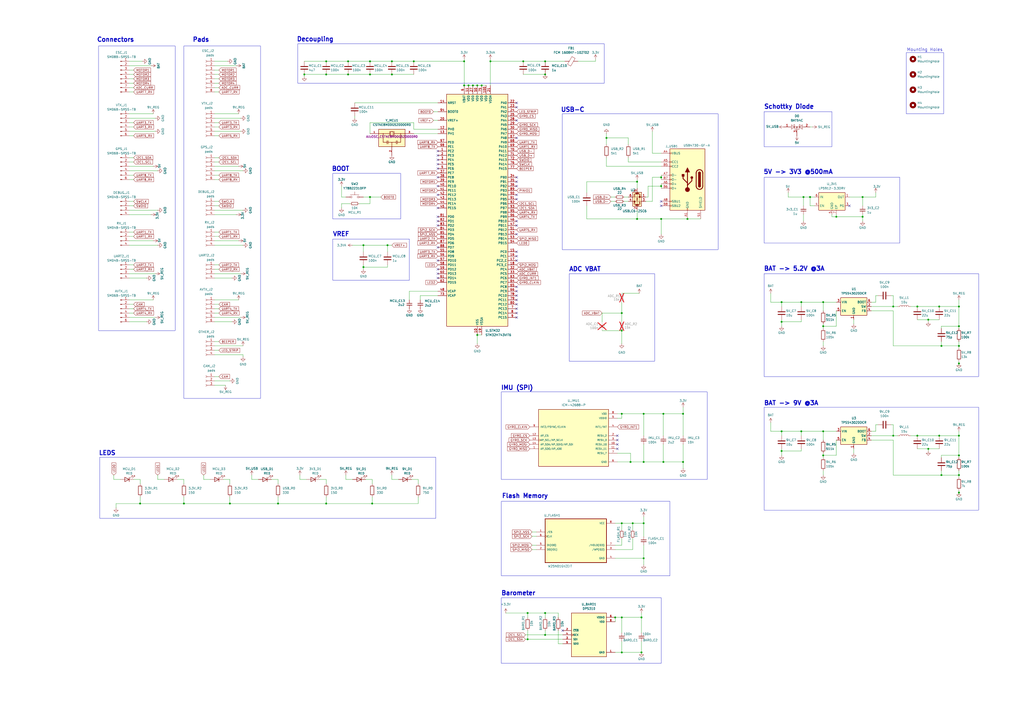
<source format=kicad_sch>
(kicad_sch (version 20250114) (generator "eeschema") (generator_version "9.0")
  (paper "A2")
  (rectangle (start 106.68 26.67) (end 151.13 231.14))
  (rectangle (start 443.23 64.77) (end 482.6 85.09))
  (rectangle (start 57.15 26.67) (end 101.6 191.77))
  (rectangle (start 443.23 102.87) (end 521.97 140.97))
  (rectangle (start 443.23 158.75) (end 567.69 218.44))
  (rectangle (start 525.78 30.48) (end 547.37 66.04))
  (rectangle (start 290.83 346.71) (end 383.54 384.81))
  (rectangle (start 57.912 265.176) (end 252.73 300.736))
  (rectangle (start 290.83 227.33) (end 410.21 278.13))
  (rectangle (start 330.2 158.75) (end 379.73 209.55))
  (rectangle (start 172.72 25.4) (end 350.52 48.26))
  (rectangle (start 193.04 100.584) (end 232.41 127))
  (rectangle (start 443.23 236.22) (end 567.69 295.91))
  (rectangle (start 193.04 138.684) (end 237.49 162.56))
  (rectangle (start 290.83 290.83) (end 388.62 334.01))
  (rectangle (start 326.136 66.04) (end 416.56 144.78))
  (text "Flash Memory" (at 304.546 287.782 0) (effects (font (size 2.54 2.54) (thickness 0.508) (bold yes))))
  (text "LEDS" (at 62.23 262.89 0) (effects (font (size 2.54 2.54) (thickness 0.508) (bold yes))))
  (text "Connectors" (at 67.056 23.114 0) (effects (font (size 2.54 2.54) (thickness 0.508) (bold yes))))
  (text "Mounting Holes" (at 536.448 28.956 0) (effects (font (size 1.778 1.778))))
  (text "5V -> 3V3 @500mA" (at 463.042 99.822 0) (effects (font (size 2.54 2.54) (thickness 0.508) (bold yes))))
  (text "BAT -> 5.2V @3A" (at 460.756 155.956 0) (effects (font (size 2.54 2.54) (thickness 0.508) (bold yes))))
  (text "Schottky Diode\n" (at 457.708 61.976 0) (effects (font (size 2.54 2.54) (thickness 0.508) (bold yes))))
  (text "Decoupling" (at 182.88 22.86 0) (effects (font (size 2.54 2.54) (thickness 0.508) (bold yes))))
  (text "ADC VBAT" (at 339.344 156.21 0) (effects (font (size 2.54 2.54) (thickness 0.508) (bold yes))))
  (text "Barometer" (at 300.736 344.17 0) (effects (font (size 2.54 2.54) (thickness 0.508) (bold yes))))
  (text "IMU (SPI)" (at 299.974 225.044 0) (effects (font (size 2.54 2.54) (thickness 0.508) (bold yes))))
  (text "VREF" (at 197.866 135.89 0) (effects (font (size 2.54 2.54) (thickness 0.508) (bold yes))))
  (text "Pads" (at 116.586 23.114 0) (effects (font (size 2.54 2.54) (thickness 0.508) (bold yes))))
  (text "BOOT" (at 197.612 98.044 0) (effects (font (size 2.54 2.54) (thickness 0.508) (bold yes))))
  (text "USB-C" (at 332.232 63.754 0) (effects (font (size 2.54 2.54) (thickness 0.508) (bold yes))))
  (text "BAT -> 9V @3A" (at 458.978 233.934 0) (effects (font (size 2.54 2.54) (thickness 0.508) (bold yes))))
  (junction (at 227.33 35.56))
  (junction (at 269.24 49.53))
  (junction (at 360.68 303.53))
  (junction (at 161.29 292.1))
  (junction (at 477.52 189.23))
  (junction (at 538.48 185.42))
  (junction (at 556.26 189.23))
  (junction (at 532.13 177.8))
  (junction (at 306.07 370.84))
  (junction (at 518.16 177.8))
  (junction (at 316.23 368.3))
  (junction (at 500.38 125.73))
  (junction (at 210.82 142.24))
  (junction (at 383.54 107.95))
  (junction (at 351.79 80.01))
  (junction (at 469.9 114.3))
  (junction (at 316.23 35.56))
  (junction (at 214.63 35.56))
  (junction (at 276.86 194.31))
  (junction (at 360.68 378.46))
  (junction (at 544.83 252.73))
  (junction (at 360.68 191.77))
  (junction (at 464.82 250.19))
  (junction (at 556.26 210.82))
  (junction (at 369.57 105.41))
  (junction (at 384.81 267.97))
  (junction (at 189.23 43.18))
  (junction (at 133.35 292.1))
  (junction (at 189.23 35.56))
  (junction (at 316.23 355.6))
  (junction (at 556.26 200.66))
  (junction (at 396.24 267.97))
  (junction (at 356.87 358.14))
  (junction (at 189.23 292.1))
  (junction (at 360.68 240.03))
  (junction (at 227.33 43.18))
  (junction (at 373.38 303.53))
  (junction (at 367.03 303.53))
  (junction (at 106.68 292.1))
  (junction (at 316.23 43.18))
  (junction (at 556.26 177.8))
  (junction (at 485.14 125.73))
  (junction (at 224.79 142.24))
  (junction (at 176.53 43.18))
  (junction (at 546.1 275.59))
  (junction (at 360.68 181.61))
  (junction (at 538.48 260.35))
  (junction (at 398.78 127))
  (junction (at 453.39 186.69))
  (junction (at 284.48 35.56))
  (junction (at 556.26 264.16))
  (junction (at 81.28 292.1))
  (junction (at 464.82 175.26))
  (junction (at 201.93 43.18))
  (junction (at 556.26 275.59))
  (junction (at 365.76 267.97))
  (junction (at 240.03 35.56))
  (junction (at 373.38 240.03))
  (junction (at 556.26 285.75))
  (junction (at 544.83 177.8))
  (junction (at 384.81 240.03))
  (junction (at 383.54 127))
  (junction (at 372.11 378.46))
  (junction (at 360.68 358.14))
  (junction (at 546.1 200.66))
  (junction (at 466.09 114.3))
  (junction (at 453.39 261.62))
  (junction (at 453.39 175.26))
  (junction (at 214.63 114.3))
  (junction (at 373.38 323.85))
  (junction (at 274.32 49.53))
  (junction (at 372.11 358.14))
  (junction (at 210.82 154.94))
  (junction (at 303.53 35.56))
  (junction (at 214.63 43.18))
  (junction (at 306.07 355.6))
  (junction (at 453.39 250.19))
  (junction (at 518.16 252.73))
  (junction (at 396.24 240.03))
  (junction (at 477.52 264.16))
  (junction (at 271.78 49.53))
  (junction (at 373.38 267.97))
  (junction (at 279.4 49.53))
  (junction (at 269.24 35.56))
  (junction (at 477.52 250.19))
  (junction (at 276.86 49.53))
  (junction (at 215.9 292.1))
  (junction (at 556.26 252.73))
  (junction (at 369.57 127))
  (junction (at 477.52 175.26))
  (junction (at 532.13 252.73))
  (junction (at 383.54 102.87))
  (junction (at 500.38 114.3))
  (junction (at 201.93 35.56))
  (no_connect (at 299.72 184.15))
  (no_connect (at 254 95.25))
  (no_connect (at 299.72 115.57))
  (no_connect (at 299.72 62.23))
  (no_connect (at 254 143.51))
  (no_connect (at 358.14 255.27))
  (no_connect (at 299.72 148.59))
  (no_connect (at 299.72 102.87))
  (no_connect (at 358.14 257.81))
  (no_connect (at 254 128.27))
  (no_connect (at 299.72 113.03))
  (no_connect (at 299.72 166.37))
  (no_connect (at 326.39 365.76))
  (no_connect (at 299.72 80.01))
  (no_connect (at 299.72 176.53))
  (no_connect (at 299.72 168.91))
  (no_connect (at 299.72 146.05))
  (no_connect (at 383.54 116.84))
  (no_connect (at 492.76 119.38))
  (no_connect (at 254 102.87))
  (no_connect (at 254 87.63))
  (no_connect (at 254 120.65))
  (no_connect (at 254 161.29))
  (no_connect (at 254 113.03))
  (no_connect (at 299.72 59.69))
  (no_connect (at 299.72 135.89))
  (no_connect (at 299.72 181.61))
  (no_connect (at 254 90.17))
  (no_connect (at 299.72 128.27))
  (no_connect (at 299.72 107.95))
  (no_connect (at 254 92.71))
  (no_connect (at 299.72 171.45))
  (no_connect (at 254 151.13))
  (no_connect (at 254 107.95))
  (no_connect (at 299.72 69.85))
  (no_connect (at 299.72 130.81))
  (no_connect (at 254 158.75))
  (no_connect (at 358.14 260.35))
  (no_connect (at 299.72 151.13))
  (no_connect (at 358.14 252.73))
  (no_connect (at 254 125.73))
  (no_connect (at 299.72 105.41))
  (no_connect (at 299.72 179.07))
  (no_connect (at 254 156.21))
  (no_connect (at 254 97.79))
  (no_connect (at 254 130.81))
  (no_connect (at 299.72 173.99))
  (no_connect (at 383.54 119.38))
  (wire (pts (xy 127 179.07) (xy 124.46 179.07)))
  (wire (pts (xy 508 250.19) (xy 505.46 250.19)))
  (wire (pts (xy 189.23 35.56) (xy 201.93 35.56)))
  (wire (pts (xy 349.25 181.61) (xy 360.68 181.61)))
  (wire (pts (xy 227.33 43.18) (xy 240.03 43.18)))
  (wire (pts (xy 538.48 185.42) (xy 544.83 185.42)))
  (wire (pts (xy 556.26 252.73) (xy 556.26 264.16)))
  (wire (pts (xy 77.47 156.21) (xy 74.93 156.21)))
  (wire (pts (xy 372.11 358.14) (xy 372.11 367.03)))
  (wire (pts (xy 384.81 240.03) (xy 384.81 252.73)))
  (wire (pts (xy 212.09 278.13) (xy 215.9 278.13)))
  (wire (pts (xy 74.93 66.04) (xy 88.9 66.04)))
  (wire (pts (xy 77.47 181.61) (xy 74.93 181.61)))
  (wire (pts (xy 546.1 273.05) (xy 546.1 275.59)))
  (wire (pts (xy 251.46 64.77) (xy 254 64.77)))
  (wire (pts (xy 124.46 66.04) (xy 138.43 66.04)))
  (wire (pts (xy 276.86 49.53) (xy 279.4 49.53)))
  (wire (pts (xy 133.35 292.1) (xy 161.29 292.1)))
  (wire (pts (xy 77.47 134.62) (xy 74.93 134.62)))
  (wire (pts (xy 354.33 116.84) (xy 356.87 116.84)))
  (wire (pts (xy 544.83 252.73) (xy 556.26 252.73)))
  (wire (pts (xy 293.37 355.6) (xy 306.07 355.6)))
  (wire (pts (xy 323.85 373.38) (xy 326.39 373.38)))
  (wire (pts (xy 210.82 154.94) (xy 210.82 156.21)))
  (wire (pts (xy 227.33 275.59) (xy 227.33 278.13)))
  (wire (pts (xy 308.61 311.15) (xy 311.15 311.15)))
  (wire (pts (xy 538.48 260.35) (xy 544.83 260.35)))
  (wire (pts (xy 384.81 240.03) (xy 396.24 240.03)))
  (wire (pts (xy 447.04 170.18) (xy 447.04 175.26)))
  (wire (pts (xy 369.57 121.92) (xy 369.57 127)))
  (wire (pts (xy 367.03 318.77) (xy 356.87 318.77)))
  (wire (pts (xy 127 40.64) (xy 124.46 40.64)))
  (wire (pts (xy 472.44 119.38) (xy 469.9 119.38)))
  (wire (pts (xy 91.44 142.24) (xy 74.93 142.24)))
  (wire (pts (xy 77.47 40.64) (xy 74.93 40.64)))
  (wire (pts (xy 274.32 49.53) (xy 276.86 49.53)))
  (wire (pts (xy 185.42 278.13) (xy 189.23 278.13)))
  (wire (pts (xy 532.13 185.42) (xy 538.48 185.42)))
  (wire (pts (xy 306.07 355.6) (xy 306.07 358.14)))
  (wire (pts (xy 477.52 250.19) (xy 477.52 255.27)))
  (wire (pts (xy 457.2 114.3) (xy 457.2 111.76)))
  (wire (pts (xy 284.48 34.29) (xy 284.48 35.56)))
  (wire (pts (xy 124.46 220.98) (xy 133.35 220.98)))
  (wire (pts (xy 546.1 198.12) (xy 546.1 200.66)))
  (wire (pts (xy 240.03 71.12) (xy 214.63 71.12)))
  (wire (pts (xy 358.14 240.03) (xy 360.68 240.03)))
  (wire (pts (xy 358.14 242.57) (xy 360.68 242.57)))
  (wire (pts (xy 140.97 121.92) (xy 124.46 121.92)))
  (wire (pts (xy 215.9 288.29) (xy 215.9 292.1)))
  (wire (pts (xy 106.68 288.29) (xy 106.68 292.1)))
  (wire (pts (xy 373.38 267.97) (xy 384.81 267.97)))
  (wire (pts (xy 77.47 116.84) (xy 74.93 116.84)))
  (wire (pts (xy 556.26 200.66) (xy 556.26 201.93)))
  (wire (pts (xy 127 93.98) (xy 124.46 93.98)))
  (wire (pts (xy 396.24 252.73) (xy 396.24 240.03)))
  (wire (pts (xy 453.39 252.73) (xy 453.39 250.19)))
  (wire (pts (xy 518.16 200.66) (xy 546.1 200.66)))
  (wire (pts (xy 340.36 127) (xy 369.57 127)))
  (wire (pts (xy 477.52 189.23) (xy 477.52 190.5)))
  (wire (pts (xy 546.1 264.16) (xy 556.26 264.16)))
  (wire (pts (xy 373.38 257.81) (xy 373.38 267.97)))
  (wire (pts (xy 373.38 303.53) (xy 373.38 311.15)))
  (wire (pts (xy 77.47 93.98) (xy 74.93 93.98)))
  (wire (pts (xy 373.38 299.72) (xy 373.38 303.53)))
  (wire (pts (xy 240.03 35.56) (xy 269.24 35.56)))
  (wire (pts (xy 132.08 35.56) (xy 124.46 35.56)))
  (wire (pts (xy 508 246.38) (xy 508 250.19)))
  (wire (pts (xy 508 175.26) (xy 505.46 175.26)))
  (wire (pts (xy 124.46 139.7) (xy 138.43 139.7)))
  (wire (pts (xy 90.17 76.2) (xy 74.93 76.2)))
  (wire (pts (xy 146.05 275.59) (xy 146.05 278.13)))
  (wire (pts (xy 271.78 49.53) (xy 274.32 49.53)))
  (wire (pts (xy 518.16 246.38) (xy 518.16 252.73)))
  (wire (pts (xy 306.07 370.84) (xy 326.39 370.84)))
  (wire (pts (xy 127 45.72) (xy 124.46 45.72)))
  (wire (pts (xy 372.11 355.6) (xy 372.11 358.14)))
  (wire (pts (xy 477.52 273.05) (xy 477.52 275.59)))
  (wire (pts (xy 477.52 262.89) (xy 477.52 264.16)))
  (wire (pts (xy 124.46 96.52) (xy 138.43 96.52)))
  (wire (pts (xy 464.82 250.19) (xy 464.82 252.73)))
  (wire (pts (xy 546.1 264.16) (xy 546.1 265.43)))
  (wire (pts (xy 198.12 107.95) (xy 198.12 114.3)))
  (wire (pts (xy 127 116.84) (xy 124.46 116.84)))
  (wire (pts (xy 205.74 59.69) (xy 254 59.69)))
  (wire (pts (xy 556.26 198.12) (xy 556.26 200.66)))
  (wire (pts (xy 485.14 180.34) (xy 485.14 189.23)))
  (wire (pts (xy 189.23 278.13) (xy 189.23 280.67)))
  (wire (pts (xy 356.87 378.46) (xy 360.68 378.46)))
  (wire (pts (xy 464.82 175.26) (xy 477.52 175.26)))
  (wire (pts (xy 201.93 43.18) (xy 214.63 43.18)))
  (wire (pts (xy 360.68 316.23) (xy 356.87 316.23)))
  (wire (pts (xy 335.28 35.56) (xy 345.44 35.56)))
  (wire (pts (xy 528.32 252.73) (xy 532.13 252.73)))
  (wire (pts (xy 243.84 171.45) (xy 243.84 173.99)))
  (wire (pts (xy 161.29 278.13) (xy 161.29 280.67)))
  (wire (pts (xy 127 176.53) (xy 124.46 176.53)))
  (wire (pts (xy 140.97 207.01) (xy 140.97 205.74)))
  (wire (pts (xy 365.76 267.97) (xy 373.38 267.97)))
  (wire (pts (xy 361.95 116.84) (xy 364.49 116.84)))
  (wire (pts (xy 303.53 35.56) (xy 316.23 35.56)))
  (wire (pts (xy 369.57 105.41) (xy 369.57 109.22)))
  (wire (pts (xy 140.97 205.74) (xy 124.46 205.74)))
  (wire (pts (xy 240.03 74.93) (xy 240.03 71.12)))
  (wire (pts (xy 140.97 99.06) (xy 124.46 99.06)))
  (wire (pts (xy 308.61 316.23) (xy 311.15 316.23)))
  (wire (pts (xy 127 134.62) (xy 124.46 134.62)))
  (wire (pts (xy 516.89 246.38) (xy 518.16 246.38)))
  (wire (pts (xy 398.78 127) (xy 406.4 127)))
  (wire (pts (xy 466.09 124.46) (xy 466.09 128.27)))
  (wire (pts (xy 161.29 288.29) (xy 161.29 292.1)))
  (wire (pts (xy 464.82 185.42) (xy 464.82 186.69)))
  (wire (pts (xy 176.53 43.18) (xy 189.23 43.18)))
  (wire (pts (xy 224.79 142.24) (xy 227.33 142.24)))
  (wire (pts (xy 214.63 118.11) (xy 214.63 114.3)))
  (wire (pts (xy 378.46 76.2) (xy 378.46 88.9)))
  (wire (pts (xy 77.47 48.26) (xy 74.93 48.26)))
  (wire (pts (xy 242.57 288.29) (xy 242.57 292.1)))
  (wire (pts (xy 201.93 35.56) (xy 214.63 35.56)))
  (wire (pts (xy 383.54 127) (xy 369.57 127)))
  (wire (pts (xy 367.03 312.42) (xy 367.03 318.77)))
  (wire (pts (xy 546.1 200.66) (xy 556.26 200.66)))
  (wire (pts (xy 284.48 35.56) (xy 303.53 35.56)))
  (wire (pts (xy 556.26 275.59) (xy 556.26 276.86)))
  (wire (pts (xy 396.24 240.03) (xy 396.24 236.22)))
  (wire (pts (xy 127 50.8) (xy 124.46 50.8)))
  (wire (pts (xy 360.68 175.26) (xy 360.68 181.61)))
  (wire (pts (xy 127 78.74) (xy 124.46 78.74)))
  (wire (pts (xy 538.48 186.69) (xy 538.48 185.42)))
  (wire (pts (xy 323.85 358.14) (xy 323.85 355.6)))
  (wire (pts (xy 364.49 91.44) (xy 364.49 93.98)))
  (wire (pts (xy 134.62 186.69) (xy 124.46 186.69)))
  (wire (pts (xy 214.63 35.56) (xy 227.33 35.56)))
  (wire (pts (xy 91.44 278.13) (xy 95.25 278.13)))
  (wire (pts (xy 447.04 245.11) (xy 447.04 250.19)))
  (wire (pts (xy 532.13 252.73) (xy 544.83 252.73)))
  (wire (pts (xy 74.93 96.52) (xy 88.9 96.52)))
  (wire (pts (xy 384.81 257.81) (xy 384.81 267.97)))
  (wire (pts (xy 137.16 124.46) (xy 124.46 124.46)))
  (wire (pts (xy 77.47 153.67) (xy 74.93 153.67)))
  (wire (pts (xy 485.14 255.27) (xy 485.14 264.16)))
  (wire (pts (xy 453.39 186.69) (xy 453.39 185.42)))
  (wire (pts (xy 124.46 200.66) (xy 140.97 200.66)))
  (wire (pts (xy 82.55 35.56) (xy 74.93 35.56)))
  (wire (pts (xy 518.16 275.59) (xy 546.1 275.59)))
  (wire (pts (xy 269.24 49.53) (xy 271.78 49.53)))
  (wire (pts (xy 360.68 312.42) (xy 360.68 316.23)))
  (wire (pts (xy 127 104.14) (xy 124.46 104.14)))
  (wire (pts (xy 189.23 43.18) (xy 201.93 43.18)))
  (wire (pts (xy 508 114.3) (xy 500.38 114.3)))
  (wire (pts (xy 127 73.66) (xy 124.46 73.66)))
  (wire (pts (xy 453.39 186.69) (xy 464.82 186.69)))
  (wire (pts (xy 127 203.2) (xy 124.46 203.2)))
  (wire (pts (xy 383.54 88.9) (xy 378.46 88.9)))
  (wire (pts (xy 356.87 358.14) (xy 356.87 360.68)))
  (wire (pts (xy 447.04 175.26) (xy 453.39 175.26)))
  (wire (pts (xy 77.47 137.16) (xy 74.93 137.16)))
  (wire (pts (xy 556.26 250.19) (xy 556.26 252.73)))
  (wire (pts (xy 306.07 365.76) (xy 306.07 370.84)))
  (wire (pts (xy 224.79 142.24) (xy 224.79 146.05)))
  (wire (pts (xy 242.57 278.13) (xy 242.57 280.67)))
  (wire (pts (xy 127 198.12) (xy 124.46 198.12)))
  (wire (pts (xy 383.54 127) (xy 383.54 135.89)))
  (wire (pts (xy 124.46 173.99) (xy 138.43 173.99)))
  (wire (pts (xy 269.24 35.56) (xy 269.24 49.53)))
  (wire (pts (xy 91.44 99.06) (xy 74.93 99.06)))
  (wire (pts (xy 360.68 358.14) (xy 372.11 358.14)))
  (wire (pts (xy 398.78 127) (xy 383.54 127)))
  (wire (pts (xy 453.39 186.69) (xy 453.39 189.23)))
  (wire (pts (xy 214.63 43.18) (xy 227.33 43.18)))
  (wire (pts (xy 77.47 91.44) (xy 74.93 91.44)))
  (wire (pts (xy 238.76 278.13) (xy 242.57 278.13)))
  (wire (pts (xy 477.52 250.19) (xy 485.14 250.19)))
  (wire (pts (xy 367.03 303.53) (xy 367.03 307.34)))
  (wire (pts (xy 477.52 264.16) (xy 477.52 265.43)))
  (wire (pts (xy 200.66 114.3) (xy 198.12 114.3)))
  (wire (pts (xy 375.92 107.95) (xy 383.54 107.95)))
  (wire (pts (xy 127 48.26) (xy 124.46 48.26)))
  (wire (pts (xy 477.52 198.12) (xy 477.52 200.66)))
  (wire (pts (xy 316.23 355.6) (xy 323.85 355.6)))
  (wire (pts (xy 345.44 34.29) (xy 345.44 35.56)))
  (wire (pts (xy 477.52 175.26) (xy 477.52 180.34)))
  (wire (pts (xy 306.07 355.6) (xy 316.23 355.6)))
  (wire (pts (xy 140.97 142.24) (xy 124.46 142.24)))
  (wire (pts (xy 518.16 177.8) (xy 520.7 177.8)))
  (wire (pts (xy 351.79 77.47) (xy 351.79 80.01)))
  (wire (pts (xy 198.12 118.11) (xy 198.12 120.65)))
  (wire (pts (xy 556.26 189.23) (xy 556.26 190.5)))
  (wire (pts (xy 532.13 177.8) (xy 544.83 177.8)))
  (wire (pts (xy 351.79 96.52) (xy 351.79 91.44)))
  (wire (pts (xy 127 119.38) (xy 124.46 119.38)))
  (wire (pts (xy 118.11 278.13) (xy 121.92 278.13)))
  (wire (pts (xy 383.54 107.95) (xy 383.54 109.22)))
  (wire (pts (xy 482.6 125.73) (xy 482.6 124.46)))
  (wire (pts (xy 224.79 153.67) (xy 224.79 154.94)))
  (wire (pts (xy 214.63 71.12) (xy 214.63 77.47)))
  (wire (pts (xy 240.03 74.93) (xy 254 74.93)))
  (wire (pts (xy 102.87 278.13) (xy 106.68 278.13)))
  (wire (pts (xy 485.14 124.46) (xy 485.14 125.73)))
  (wire (pts (xy 466.09 114.3) (xy 469.9 114.3)))
  (wire (pts (xy 106.68 278.13) (xy 106.68 280.67)))
  (wire (pts (xy 500.38 125.73) (xy 500.38 128.27)))
  (wire (pts (xy 208.28 118.11) (xy 214.63 118.11)))
  (wire (pts (xy 453.39 261.62) (xy 464.82 261.62)))
  (wire (pts (xy 127 181.61) (xy 124.46 181.61)))
  (wire (pts (xy 220.98 114.3) (xy 214.63 114.3)))
  (wire (pts (xy 375.92 114.3) (xy 374.65 114.3)))
  (wire (pts (xy 237.49 168.91) (xy 237.49 173.99)))
  (wire (pts (xy 74.93 173.99) (xy 88.9 173.99)))
  (wire (pts (xy 316.23 365.76) (xy 316.23 368.3)))
  (wire (pts (xy 518.16 255.27) (xy 505.46 255.27)))
  (wire (pts (xy 90.17 68.58) (xy 74.93 68.58)))
  (wire (pts (xy 349.25 191.77) (xy 360.68 191.77)))
  (wire (pts (xy 308.61 308.61) (xy 311.15 308.61)))
  (wire (pts (xy 77.47 73.66) (xy 74.93 73.66)))
  (wire (pts (xy 464.82 260.35) (xy 464.82 261.62)))
  (wire (pts (xy 356.87 323.85) (xy 373.38 323.85)))
  (wire (pts (xy 133.35 288.29) (xy 133.35 292.1)))
  (wire (pts (xy 77.47 179.07) (xy 74.93 179.07)))
  (wire (pts (xy 477.52 175.26) (xy 485.14 175.26)))
  (wire (pts (xy 518.16 171.45) (xy 518.16 177.8)))
  (wire (pts (xy 495.3 260.35) (xy 495.3 262.89)))
  (wire (pts (xy 304.8 368.3) (xy 316.23 368.3)))
  (wire (pts (xy 77.47 78.74) (xy 74.93 78.74)))
  (wire (pts (xy 81.28 292.1) (xy 106.68 292.1)))
  (wire (pts (xy 383.54 101.6) (xy 383.54 102.87)))
  (wire (pts (xy 360.68 358.14) (xy 360.68 367.03)))
  (wire (pts (xy 279.4 49.53) (xy 281.94 49.53)))
  (wire (pts (xy 351.79 96.52) (xy 383.54 96.52)))
  (wire (pts (xy 360.68 240.03) (xy 373.38 240.03)))
  (wire (pts (xy 304.8 370.84) (xy 306.07 370.84)))
  (wire (pts (xy 340.36 105.41) (xy 369.57 105.41)))
  (wire (pts (xy 349.25 181.61) (xy 349.25 186.69)))
  (wire (pts (xy 204.47 142.24) (xy 210.82 142.24)))
  (wire (pts (xy 308.61 318.77) (xy 311.15 318.77)))
  (wire (pts (xy 364.49 93.98) (xy 383.54 93.98)))
  (wire (pts (xy 91.44 275.59) (xy 91.44 278.13)))
  (wire (pts (xy 369.57 104.14) (xy 369.57 105.41)))
  (wire (pts (xy 485.14 125.73) (xy 482.6 125.73)))
  (wire (pts (xy 485.14 264.16) (xy 477.52 264.16)))
  (wire (pts (xy 453.39 250.19) (xy 464.82 250.19)))
  (wire (pts (xy 360.68 372.11) (xy 360.68 378.46)))
  (wire (pts (xy 176.53 43.18) (xy 176.53 44.45)))
  (wire (pts (xy 556.26 210.82) (xy 556.26 212.09)))
  (wire (pts (xy 210.82 142.24) (xy 210.82 146.05)))
  (wire (pts (xy 77.47 43.18) (xy 74.93 43.18)))
  (wire (pts (xy 237.49 168.91) (xy 254 168.91)))
  (wire (pts (xy 538.48 261.62) (xy 538.48 260.35)))
  (wire (pts (xy 492.76 114.3) (xy 500.38 114.3)))
  (wire (pts (xy 364.49 83.82) (xy 364.49 80.01)))
  (wire (pts (xy 203.2 118.11) (xy 198.12 118.11)))
  (wire (pts (xy 360.68 170.18) (xy 370.84 170.18)))
  (wire (pts (xy 378.46 102.87) (xy 383.54 102.87)))
  (wire (pts (xy 127 43.18) (xy 124.46 43.18)))
  (wire (pts (xy 556.26 173.99) (xy 556.26 177.8)))
  (wire (pts (xy 466.09 114.3) (xy 466.09 119.38)))
  (wire (pts (xy 375.92 114.3) (xy 375.92 107.95)))
  (wire (pts (xy 81.28 288.29) (xy 81.28 292.1)))
  (wire (pts (xy 556.26 264.16) (xy 556.26 265.43)))
  (wire (pts (xy 477.52 187.96) (xy 477.52 189.23)))
  (wire (pts (xy 500.38 119.38) (xy 500.38 114.3)))
  (wire (pts (xy 189.23 288.29) (xy 189.23 292.1)))
  (wire (pts (xy 356.87 358.14) (xy 360.68 358.14)))
  (wire (pts (xy 508 171.45) (xy 508 175.26)))
  (wire (pts (xy 284.48 35.56) (xy 284.48 49.53)))
  (wire (pts (xy 85.09 186.69) (xy 74.93 186.69)))
  (wire (pts (xy 316.23 355.6) (xy 316.23 358.14)))
  (wire (pts (xy 340.36 105.41) (xy 340.36 111.76)))
  (wire (pts (xy 364.49 80.01) (xy 351.79 80.01)))
  (wire (pts (xy 127 91.44) (xy 124.46 91.44)))
  (wire (pts (xy 516.89 171.45) (xy 518.16 171.45)))
  (wire (pts (xy 210.82 153.67) (xy 210.82 154.94)))
  (wire (pts (xy 532.13 260.35) (xy 538.48 260.35)))
  (wire (pts (xy 77.47 104.14) (xy 74.93 104.14)))
  (wire (pts (xy 373.38 240.03) (xy 373.38 252.73)))
  (wire (pts (xy 214.63 114.3) (xy 210.82 114.3)))
  (wire (pts (xy 396.24 271.78) (xy 396.24 267.97)))
  (wire (pts (xy 505.46 177.8) (xy 518.16 177.8)))
  (wire (pts (xy 127 137.16) (xy 124.46 137.16)))
  (wire (pts (xy 360.68 181.61) (xy 360.68 186.69)))
  (wire (pts (xy 118.11 275.59) (xy 118.11 278.13)))
  (wire (pts (xy 351.79 83.82) (xy 351.79 80.01)))
  (wire (pts (xy 518.16 255.27) (xy 518.16 275.59)))
  (wire (pts (xy 316.23 368.3) (xy 326.39 368.3)))
  (wire (pts (xy 77.47 101.6) (xy 74.93 101.6)))
  (wire (pts (xy 87.63 38.1) (xy 74.93 38.1)))
  (wire (pts (xy 124.46 158.75) (xy 139.7 158.75)))
  (wire (pts (xy 77.47 71.12) (xy 74.93 71.12)))
  (wire (pts (xy 189.23 292.1) (xy 215.9 292.1)))
  (wire (pts (xy 124.46 223.52) (xy 130.81 223.52)))
  (wire (pts (xy 453.39 175.26) (xy 464.82 175.26)))
  (wire (pts (xy 134.62 161.29) (xy 124.46 161.29)))
  (wire (pts (xy 373.38 327.66) (xy 373.38 323.85)))
  (wire (pts (xy 200.66 278.13) (xy 204.47 278.13)))
  (wire (pts (xy 316.23 35.56) (xy 327.66 35.56)))
  (wire (pts (xy 378.46 116.84) (xy 378.46 102.87)))
  (wire (pts (xy 360.68 191.77) (xy 360.68 199.39)))
  (wire (pts (xy 457.2 114.3) (xy 466.09 114.3)))
  (wire (pts (xy 224.79 154.94) (xy 210.82 154.94)))
  (wire (pts (xy 546.1 189.23) (xy 556.26 189.23)))
  (wire (pts (xy 251.46 69.85) (xy 254 69.85)))
  (wire (pts (xy 77.47 53.34) (xy 74.93 53.34)))
  (wire (pts (xy 528.32 177.8) (xy 532.13 177.8)))
  (wire (pts (xy 139.7 68.58) (xy 124.46 68.58)))
  (wire (pts (xy 323.85 365.76) (xy 323.85 373.38)))
  (wire (pts (xy 77.47 278.13) (xy 81.28 278.13)))
  (wire (pts (xy 77.47 119.38) (xy 74.93 119.38)))
  (wire (pts (xy 66.04 278.13) (xy 69.85 278.13)))
  (wire (pts (xy 374.65 116.84) (xy 378.46 116.84)))
  (wire (pts (xy 269.24 34.29) (xy 269.24 35.56)))
  (wire (pts (xy 396.24 267.97) (xy 384.81 267.97)))
  (wire (pts (xy 447.04 250.19) (xy 453.39 250.19)))
  (wire (pts (xy 373.38 316.23) (xy 373.38 323.85)))
  (wire (pts (xy 215.9 292.1) (xy 242.57 292.1)))
  (wire (pts (xy 200.66 275.59) (xy 200.66 278.13)))
  (wire (pts (xy 146.05 278.13) (xy 149.86 278.13)))
  (wire (pts (xy 360.68 242.57) (xy 360.68 240.03)))
  (wire (pts (xy 485.14 189.23) (xy 477.52 189.23)))
  (wire (pts (xy 383.54 102.87) (xy 383.54 104.14)))
  (wire (pts (xy 74.93 158.75) (xy 90.17 158.75)))
  (wire (pts (xy 518.16 180.34) (xy 505.46 180.34)))
  (wire (pts (xy 464.82 250.19) (xy 477.52 250.19)))
  (wire (pts (xy 74.93 184.15) (xy 90.17 184.15)))
  (wire (pts (xy 358.14 262.89) (xy 365.76 262.89)))
  (wire (pts (xy 453.39 177.8) (xy 453.39 175.26)))
  (wire (pts (xy 127 71.12) (xy 124.46 71.12)))
  (wire (pts (xy 127 156.21) (xy 124.46 156.21)))
  (wire (pts (xy 556.26 177.8) (xy 556.26 189.23)))
  (wire (pts (xy 276.86 194.31) (xy 276.86 199.39)))
  (wire (pts (xy 383.54 106.68) (xy 383.54 107.95)))
  (wire (pts (xy 127 153.67) (xy 124.46 153.67)))
  (wire (pts (xy 453.39 261.62) (xy 453.39 264.16)))
  (wire (pts (xy 518.16 252.73) (xy 520.7 252.73)))
  (wire (pts (xy 176.53 35.56) (xy 189.23 35.56)))
  (wire (pts (xy 546.1 189.23) (xy 546.1 190.5)))
  (wire (pts (xy 127 101.6) (xy 124.46 101.6)))
  (wire (pts (xy 365.76 262.89) (xy 365.76 267.97)))
  (wire (pts (xy 67.31 292.1) (xy 67.31 294.64)))
  (wire (pts (xy 340.36 119.38) (xy 340.36 127)))
  (wire (pts (xy 137.16 38.1) (xy 124.46 38.1)))
  (wire (pts (xy 77.47 45.72) (xy 74.93 45.72)))
  (wire (pts (xy 85.09 161.29) (xy 74.93 161.29)))
  (wire (pts (xy 508 171.45) (xy 509.27 171.45)))
  (wire (pts (xy 358.14 267.97) (xy 365.76 267.97)))
  (wire (pts (xy 546.1 275.59) (xy 556.26 275.59)))
  (wire (pts (xy 469.9 114.3) (xy 472.44 114.3)))
  (wire (pts (xy 210.82 142.24) (xy 224.79 142.24)))
  (wire (pts (xy 360.68 378.46) (xy 372.11 378.46)))
  (wire (pts (xy 66.04 275.59) (xy 66.04 278.13)))
  (wire (pts (xy 161.29 292.1) (xy 189.23 292.1)))
  (wire (pts (xy 87.63 124.46) (xy 74.93 124.46)))
  (wire (pts (xy 508 114.3) (xy 508 111.76)))
  (wire (pts (xy 279.4 194.31) (xy 276.86 194.31)))
  (wire (pts (xy 243.84 171.45) (xy 254 171.45)))
  (wire (pts (xy 500.38 124.46) (xy 500.38 125.73)))
  (wire (pts (xy 469.9 119.38) (xy 469.9 114.3)))
  (wire (pts (xy 74.93 139.7) (xy 88.9 139.7)))
  (wire (pts (xy 556.26 284.48) (xy 556.26 285.75)))
  (wire (pts (xy 127 218.44) (xy 124.46 218.44)))
  (wire (pts (xy 303.53 43.18) (xy 316.23 43.18)))
  (wire (pts (xy 227.33 278.13) (xy 231.14 278.13)))
  (wire (pts (xy 227.33 35.56) (xy 240.03 35.56)))
  (wire (pts (xy 360.68 303.53) (xy 360.68 307.34)))
  (wire (pts (xy 373.38 240.03) (xy 384.81 240.03)))
  (wire (pts (xy 508 246.38) (xy 509.27 246.38)))
  (wire (pts (xy 205.74 68.58) (xy 205.74 67.31)))
  (wire (pts (xy 354.33 114.3) (xy 356.87 114.3)))
  (wire (pts (xy 367.03 303.53) (xy 373.38 303.53)))
  (wire (pts (xy 556.26 273.05) (xy 556.26 275.59)))
  (wire (pts (xy 81.28 278.13) (xy 81.28 280.67)))
  (wire (pts (xy 157.48 278.13) (xy 161.29 278.13)))
  (wire (pts (xy 124.46 184.15) (xy 139.7 184.15)))
  (wire (pts (xy 471.17 73.66) (xy 469.9 73.66)))
  (wire (pts (xy 173.99 278.13) (xy 177.8 278.13)))
  (wire (pts (xy 453.39 261.62) (xy 453.39 260.35)))
  (wire (pts (xy 556.26 285.75) (xy 556.26 287.02)))
  (wire (pts (xy 215.9 278.13) (xy 215.9 280.67)))
  (wire (pts (xy 360.68 303.53) (xy 367.03 303.53)))
  (wire (pts (xy 77.47 176.53) (xy 74.93 176.53)))
  (wire (pts (xy 173.99 275.59) (xy 173.99 278.13)))
  (wire (pts (xy 505.46 252.73) (xy 518.16 252.73)))
  (wire (pts (xy 518.16 180.34) (xy 518.16 200.66)))
  (wire (pts (xy 485.14 125.73) (xy 500.38 125.73)))
  (wire (pts (xy 356.87 303.53) (xy 360.68 303.53)))
  (wire (pts (xy 67.31 292.1) (xy 81.28 292.1)))
  (wire (pts (xy 91.44 121.92) (xy 74.93 121.92)))
  (wire (pts (xy 133.35 278.13) (xy 133.35 280.67)))
  (wire (pts (xy 129.54 278.13) (xy 133.35 278.13)))
  (wire (pts (xy 495.3 185.42) (xy 495.3 187.96)))
  (wire (pts (xy 139.7 76.2) (xy 124.46 76.2)))
  (wire (pts (xy 372.11 378.46) (xy 372.11 372.11)))
  (wire (pts (xy 77.47 50.8) (xy 74.93 50.8)))
  (wire (pts (xy 361.95 114.3) (xy 364.49 114.3)))
  (wire (pts (xy 556.26 209.55) (xy 556.26 210.82)))
  (wire (pts (xy 106.68 292.1) (xy 133.35 292.1)))
  (wire (pts (xy 396.24 257.81) (xy 396.24 267.97)))
  (wire (pts (xy 464.82 175.26) (xy 464.82 177.8)))
  (wire (pts (xy 544.83 177.8) (xy 556.26 177.8)))
  (wire (pts (xy 127 53.34) (xy 124.46 53.34)))
  (wire (pts (xy 240.03 77.47) (xy 254 77.47)))
  (global_label "I2C1_SCL" (shape input) (at 299.72 118.11 0) (property "Intersheetrefs" "${INTERSHEET_REFS}" (effects (hide yes))))
  (global_label "UART4_RX" (shape input) (at 127 181.61 0) (property "Intersheetrefs" "${INTERSHEET_REFS}" (effects (hide yes))))
  (global_label "I2C1_SDA" (shape input) (at 77.47 91.44 0) (property "Intersheetrefs" "${INTERSHEET_REFS}" (effects (hide yes))))
  (global_label "SPI2_MISO" (shape input) (at 308.61 318.77 180) (property "Intersheetrefs" "${INTERSHEET_REFS}" (effects (hide yes))))
  (global_label "MOTOR2" (shape input) (at 77.47 43.18 0) (property "Intersheetrefs" "${INTERSHEET_REFS}" (effects (hide yes))))
  (global_label "MOTOR4" (shape input) (at 127 48.26 0) (property "Intersheetrefs" "${INTERSHEET_REFS}" (effects (hide yes))))
  (global_label "VREF+" (shape input) (at 251.46 69.85 180) (property "Intersheetrefs" "${INTERSHEET_REFS}" (effects (hide yes))))
  (global_label "USB_D-" (shape input) (at 354.33 116.84 180) (property "Intersheetrefs" "${INTERSHEET_REFS}" (effects (hide yes))))
  (global_label "MOTOR2" (shape input) (at 127 43.18 0) (property "Intersheetrefs" "${INTERSHEET_REFS}" (effects (hide yes))))
  (global_label "UART1_RX" (shape input) (at 299.72 85.09 0) (property "Intersheetrefs" "${INTERSHEET_REFS}" (effects (hide yes))))
  (global_label "UART2_TX" (shape input) (at 254 138.43 180) (property "Intersheetrefs" "${INTERSHEET_REFS}" (effects (hide yes))))
  (global_label "UART3_RX" (shape input) (at 77.47 73.66 0) (property "Intersheetrefs" "${INTERSHEET_REFS}" (effects (hide yes))))
  (global_label "GYRO_INT1" (shape input) (at 358.14 247.65 0) (property "Intersheetrefs" "${INTERSHEET_REFS}" (effects (hide yes))))
  (global_label "GYRO_CS" (shape input) (at 307.34 252.73 180) (property "Intersheetrefs" "${INTERSHEET_REFS}" (effects (hide yes))))
  (global_label "UART1_TX" (shape input) (at 127 134.62 0) (property "Intersheetrefs" "${INTERSHEET_REFS}" (effects (hide yes))))
  (global_label "UART3_RX" (shape input) (at 127 73.66 0) (property "Intersheetrefs" "${INTERSHEET_REFS}" (effects (hide yes))))
  (global_label "GYRO_SCK" (shape input) (at 307.34 255.27 180) (property "Intersheetrefs" "${INTERSHEET_REFS}" (effects (hide yes))))
  (global_label "LED2" (shape input) (at 254 163.83 180) (property "Intersheetrefs" "${INTERSHEET_REFS}" (effects (hide yes))))
  (global_label "UART4_TX" (shape input) (at 299.72 125.73 0) (property "Intersheetrefs" "${INTERSHEET_REFS}" (effects (hide yes))))
  (global_label "GYRO_SCK" (shape input) (at 299.72 72.39 0) (property "Intersheetrefs" "${INTERSHEET_REFS}" (effects (hide yes))))
  (global_label "UART5_RX" (shape input) (at 299.72 133.35 0) (property "Intersheetrefs" "${INTERSHEET_REFS}" (effects (hide yes))))
  (global_label "GYRO_MISO" (shape input) (at 299.72 74.93 0) (property "Intersheetrefs" "${INTERSHEET_REFS}" (effects (hide yes))))
  (global_label "ADC_CURR" (shape input) (at 127 50.8 0) (property "Intersheetrefs" "${INTERSHEET_REFS}" (effects (hide yes))))
  (global_label "UART2_RX" (shape input) (at 127 156.21 0) (property "Intersheetrefs" "${INTERSHEET_REFS}" (effects (hide yes))))
  (global_label "MOTOR2" (shape input) (at 254 110.49 180) (property "Intersheetrefs" "${INTERSHEET_REFS}" (effects (hide yes))))
  (global_label "SWDIO" (shape input) (at 127 119.38 0) (property "Intersheetrefs" "${INTERSHEET_REFS}" (effects (hide yes))))
  (global_label "SWCLK" (shape input) (at 127 116.84 0) (property "Intersheetrefs" "${INTERSHEET_REFS}" (effects (hide yes))))
  (global_label "UART8_RX" (shape input) (at 77.47 104.14 0) (property "Intersheetrefs" "${INTERSHEET_REFS}" (effects (hide yes))))
  (global_label "LED1" (shape input) (at 254 153.67 180) (property "Intersheetrefs" "${INTERSHEET_REFS}" (effects (hide yes))))
  (global_label "MOTOR1" (shape input) (at 77.47 40.64 0) (property "Intersheetrefs" "${INTERSHEET_REFS}" (effects (hide yes))))
  (global_label "LED1" (shape input) (at 91.44 275.59 90) (property "Intersheetrefs" "${INTERSHEET_REFS}" (effects (hide yes))))
  (global_label "MOTOR3" (shape input) (at 127 45.72 0) (property "Intersheetrefs" "${INTERSHEET_REFS}" (effects (hide yes))))
  (global_label "UART4_RX" (shape input) (at 299.72 123.19 0) (property "Intersheetrefs" "${INTERSHEET_REFS}" (effects (hide yes))))
  (global_label "MOTOR4" (shape input) (at 77.47 48.26 0) (property "Intersheetrefs" "${INTERSHEET_REFS}" (effects (hide yes))))
  (global_label "UART3_TX" (shape input) (at 77.47 71.12 0) (property "Intersheetrefs" "${INTERSHEET_REFS}" (effects (hide yes))))
  (global_label "UART1_RX" (shape input) (at 127 137.16 0) (property "Intersheetrefs" "${INTERSHEET_REFS}" (effects (hide yes))))
  (global_label "VREF+" (shape input) (at 227.33 142.24 0) (property "Intersheetrefs" "${INTERSHEET_REFS}" (effects (hide yes))))
  (global_label "SPI2_MISO" (shape input) (at 299.72 138.43 0) (property "Intersheetrefs" "${INTERSHEET_REFS}" (effects (hide yes))))
  (global_label "UART1_TX" (shape input) (at 299.72 82.55 0) (property "Intersheetrefs" "${INTERSHEET_REFS}" (effects (hide yes))))
  (global_label "LED0" (shape input) (at 299.72 140.97 0) (property "Intersheetrefs" "${INTERSHEET_REFS}" (effects (hide yes))))
  (global_label "SWDIO" (shape input) (at 299.72 92.71 0) (property "Intersheetrefs" "${INTERSHEET_REFS}" (effects (hide yes))))
  (global_label "BOOT0" (shape input) (at 220.98 114.3 0) (property "Intersheetrefs" "${INTERSHEET_REFS}" (effects (hide yes))))
  (global_label "CAM" (shape input) (at 77.47 176.53 0) (property "Intersheetrefs" "${INTERSHEET_REFS}" (effects (hide yes))))
  (global_label "UART8_RX" (shape input) (at 254 82.55 180) (property "Intersheetrefs" "${INTERSHEET_REFS}" (effects (hide yes))))
  (global_label "UART3_TX" (shape input) (at 254 146.05 180) (property "Intersheetrefs" "${INTERSHEET_REFS}" (effects (hide yes))))
  (global_label "MOTOR1" (shape input) (at 254 105.41 180) (property "Intersheetrefs" "${INTERSHEET_REFS}" (effects (hide yes))))
  (global_label "UART1_RX" (shape input) (at 77.47 137.16 0) (property "Intersheetrefs" "${INTERSHEET_REFS}" (effects (hide yes))))
  (global_label "GYRO_CS" (shape input) (at 299.72 67.31 0) (property "Intersheetrefs" "${INTERSHEET_REFS}" (effects (hide yes))))
  (global_label "MOTOR1" (shape input) (at 127 40.64 0) (property "Intersheetrefs" "${INTERSHEET_REFS}" (effects (hide yes))))
  (global_label "BOOT0" (shape input) (at 251.46 64.77 180) (property "Intersheetrefs" "${INTERSHEET_REFS}" (effects (hide yes))))
  (global_label "SPI2_SCK" (shape input) (at 308.61 311.15 180) (property "Intersheetrefs" "${INTERSHEET_REFS}" (effects (hide yes))))
  (global_label "USB_D+" (shape input) (at 354.33 114.3 180) (property "Intersheetrefs" "${INTERSHEET_REFS}" (effects (hide yes))))
  (global_label "BEEPER" (shape input) (at 299.72 97.79 0) (property "Intersheetrefs" "${INTERSHEET_REFS}" (effects (hide yes))))
  (global_label "ADC_VBAT" (shape input) (at 349.25 181.61 180) (property "Intersheetrefs" "${INTERSHEET_REFS}" (effects (hide yes))))
  (global_label "SWDIO" (shape input) (at 77.47 119.38 0) (property "Intersheetrefs" "${INTERSHEET_REFS}" (effects (hide yes))))
  (global_label "UART4_TX" (shape input) (at 127 179.07 0) (property "Intersheetrefs" "${INTERSHEET_REFS}" (effects (hide yes))))
  (global_label "MOTOR4" (shape input) (at 254 118.11 180) (property "Intersheetrefs" "${INTERSHEET_REFS}" (effects (hide yes))))
  (global_label "ADC_VBAT" (shape input) (at 299.72 156.21 0) (property "Intersheetrefs" "${INTERSHEET_REFS}" (effects (hide yes))))
  (global_label "CAM" (shape input) (at 127 218.44 0) (property "Intersheetrefs" "${INTERSHEET_REFS}" (effects (hide yes))))
  (global_label "UART5_RX" (shape input) (at 77.47 78.74 0) (property "Intersheetrefs" "${INTERSHEET_REFS}" (effects (hide yes))))
  (global_label "UART3_TX" (shape input) (at 127 71.12 0) (property "Intersheetrefs" "${INTERSHEET_REFS}" (effects (hide yes))))
  (global_label "USB_D-" (shape input) (at 299.72 87.63 0) (property "Intersheetrefs" "${INTERSHEET_REFS}" (effects (hide yes))))
  (global_label "UART3_RX" (shape input) (at 254 148.59 180) (property "Intersheetrefs" "${INTERSHEET_REFS}" (effects (hide yes))))
  (global_label "GYRO_MOSI" (shape input) (at 299.72 77.47 0) (property "Intersheetrefs" "${INTERSHEET_REFS}" (effects (hide yes))))
  (global_label "CAM" (shape input) (at 127 176.53 0) (property "Intersheetrefs" "${INTERSHEET_REFS}" (effects (hide yes))))
  (global_label "BEEPER" (shape input) (at 127 198.12 0) (property "Intersheetrefs" "${INTERSHEET_REFS}" (effects (hide yes))))
  (global_label "I2C1_SDA" (shape input) (at 127 91.44 0) (property "Intersheetrefs" "${INTERSHEET_REFS}" (effects (hide yes))))
  (global_label "I2C1_SCL" (shape input) (at 304.8 368.3 180) (property "Intersheetrefs" "${INTERSHEET_REFS}" (effects (hide yes))))
  (global_label "UART4_TX" (shape input) (at 77.47 179.07 0) (property "Intersheetrefs" "${INTERSHEET_REFS}" (effects (hide yes))))
  (global_label "UART8_TX" (shape input) (at 254 85.09 180) (property "Intersheetrefs" "${INTERSHEET_REFS}" (effects (hide yes))))
  (global_label "SPI2_NSS" (shape input) (at 308.61 308.61 180) (property "Intersheetrefs" "${INTERSHEET_REFS}" (effects (hide yes))))
  (global_label "UART5_RX" (shape input) (at 127 78.74 0) (property "Intersheetrefs" "${INTERSHEET_REFS}" (effects (hide yes))))
  (global_label "ADC_CURR" (shape input) (at 299.72 158.75 0) (property "Intersheetrefs" "${INTERSHEET_REFS}" (effects (hide yes))))
  (global_label "UART8_RX" (shape input) (at 127 104.14 0) (property "Intersheetrefs" "${INTERSHEET_REFS}" (effects (hide yes))))
  (global_label "GYRO_INT1" (shape input) (at 299.72 161.29 0) (property "Intersheetrefs" "${INTERSHEET_REFS}" (effects (hide yes))))
  (global_label "UART2_RX" (shape input) (at 254 140.97 180) (property "Intersheetrefs" "${INTERSHEET_REFS}" (effects (hide yes))))
  (global_label "LED_STRIP" (shape input) (at 299.72 64.77 0) (property "Intersheetrefs" "${INTERSHEET_REFS}" (effects (hide yes))))
  (global_label "UART7_RX" (shape input) (at 254 100.33 180) (property "Intersheetrefs" "${INTERSHEET_REFS}" (effects (hide yes))))
  (global_label "UART1_TX" (shape input) (at 77.47 134.62 0) (property "Intersheetrefs" "${INTERSHEET_REFS}" (effects (hide yes))))
  (global_label "SPI2_SCK" (shape input) (at 254 133.35 180) (property "Intersheetrefs" "${INTERSHEET_REFS}" (effects (hide yes))))
  (global_label "ADC_CURR" (shape input) (at 77.47 50.8 0) (property "Intersheetrefs" "${INTERSHEET_REFS}" (effects (hide yes))))
  (global_label "UART7_RX" (shape input) (at 77.47 53.34 0) (property "Intersheetrefs" "${INTERSHEET_REFS}" (effects (hide yes))))
  (global_label "UART8_TX" (shape input) (at 127 101.6 0) (property "Intersheetrefs" "${INTERSHEET_REFS}" (effects (hide yes))))
  (global_label "I2C1_SCL" (shape input) (at 127 93.98 0) (property "Intersheetrefs" "${INTERSHEET_REFS}" (effects (hide yes))))
  (global_label "LED0" (shape input) (at 66.04 275.59 90) (property "Intersheetrefs" "${INTERSHEET_REFS}" (effects (hide yes))))
  (global_label "GYRO_MOSI" (shape input) (at 307.34 257.81 180) (property "Intersheetrefs" "${INTERSHEET_REFS}" (effects (hide yes))))
  (global_label "UART8_TX" (shape input) (at 77.47 101.6 0) (property "Intersheetrefs" "${INTERSHEET_REFS}" (effects (hide yes))))
  (global_label "UART7_RX" (shape input) (at 127 53.34 0) (property "Intersheetrefs" "${INTERSHEET_REFS}" (effects (hide yes))))
  (global_label "UART2_TX" (shape input) (at 77.47 153.67 0) (property "Intersheetrefs" "${INTERSHEET_REFS}" (effects (hide yes))))
  (global_label "SPI2_MOSI" (shape input) (at 308.61 316.23 180) (property "Intersheetrefs" "${INTERSHEET_REFS}" (effects (hide yes))))
  (global_label "GYRO_CLKIN" (shape input) (at 307.34 247.65 180) (property "Intersheetrefs" "${INTERSHEET_REFS}" (effects (hide yes))))
  (global_label "UART4_RX" (shape input) (at 77.47 181.61 0) (property "Intersheetrefs" "${INTERSHEET_REFS}" (effects (hide yes))))
  (global_label "LED2" (shape input) (at 118.11 275.59 90) (property "Intersheetrefs" "${INTERSHEET_REFS}" (effects (hide yes))))
  (global_label "USB_D+" (shape input) (at 299.72 90.17 0) (property "Intersheetrefs" "${INTERSHEET_REFS}" (effects (hide yes))))
  (global_label "SPI2_MOSI" (shape input) (at 299.72 153.67 0) (property "Intersheetrefs" "${INTERSHEET_REFS}" (effects (hide yes))))
  (global_label "LED_STRIP" (shape input) (at 127 203.2 0) (property "Intersheetrefs" "${INTERSHEET_REFS}" (effects (hide yes))))
  (global_label "I2C1_SDA" (shape input) (at 304.8 370.84 180) (property "Intersheetrefs" "${INTERSHEET_REFS}" (effects (hide yes))))
  (global_label "SWCLK" (shape input) (at 77.47 116.84 0) (property "Intersheetrefs" "${INTERSHEET_REFS}" (effects (hide yes))))
  (global_label "MOTOR3" (shape input) (at 77.47 45.72 0) (property "Intersheetrefs" "${INTERSHEET_REFS}" (effects (hide yes))))
  (global_label "MOTOR3" (shape input) (at 254 115.57 180) (property "Intersheetrefs" "${INTERSHEET_REFS}" (effects (hide yes))))
  (global_label "UART2_TX" (shape input) (at 127 153.67 0) (property "Intersheetrefs" "${INTERSHEET_REFS}" (effects (hide yes))))
  (global_label "PINIO1" (shape input) (at 299.72 110.49 0) (property "Intersheetrefs" "${INTERSHEET_REFS}" (effects (hide yes))))
  (global_label "SPI2_NSS" (shape input) (at 254 135.89 180) (property "Intersheetrefs" "${INTERSHEET_REFS}" (effects (hide yes))))
  (global_label "UART2_RX" (shape input) (at 77.47 156.21 0) (property "Intersheetrefs" "${INTERSHEET_REFS}" (effects (hide yes))))
  (global_label "I2C1_SCL" (shape input) (at 77.47 93.98 0) (property "Intersheetrefs" "${INTERSHEET_REFS}" (effects (hide yes))))
  (global_label "SWCLK" (shape input) (at 299.72 95.25 0) (property "Intersheetrefs" "${INTERSHEET_REFS}" (effects (hide yes))))
  (global_label "GYRO_CLKIN" (shape input) (at 299.72 163.83 0) (property "Intersheetrefs" "${INTERSHEET_REFS}" (effects (hide yes))))
  (global_label "GYRO_MISO" (shape input) (at 307.34 260.35 180) (property "Intersheetrefs" "${INTERSHEET_REFS}" (effects (hide yes))))
  (global_label "I2C1_SDA" (shape input) (at 299.72 120.65 0) (property "Intersheetrefs" "${INTERSHEET_REFS}" (effects (hide yes))))
  (symbol (lib_id "power:+3.3V") (at 369.57 104.14 0) (unit 1)
    (property "Reference" "#PWR036" (effects (hide yes)))
    (property "Value" "5V_USB" (at 369.57 100.33 0))
    (property "Description" "Power symbol creates a global label with name \"+3.3V\"" (effects (hide yes)))
  )
  (symbol (lib_id "Device:R") (at 133.35 284.48 0) (unit 1)
    (property "Reference" "3.3V_R3" (at 135.89 283.2099 0) (effects (justify left)))
    (property "Value" "150" (at 135.89 285.7499 0) (effects (justify left)))
    (property "Footprint" "Resistor_SMD:R_0603_1608Metric_Pad0.98x0.95mm_HandSolder" (effects (hide yes)))
    (property "Description" "Resistor" (effects (hide yes)))
  )
  (symbol (lib_id "Device:R") (at 477.52 269.24 0) (unit 1)
    (property "Reference" "9V_R6" (at 479.044 267.97 0) (effects (justify left)))
    (property "Value" "105k" (at 479.044 270.51 0) (effects (justify left)))
    (property "Footprint" "Resistor_SMD:R_0603_1608Metric_Pad0.98x0.95mm_HandSolder" (effects (hide yes)))
    (property "Description" "Resistor" (effects (hide yes)))
  )
  (symbol (lib_id "Device:FerriteBead") (at 331.47 35.56 90) (unit 1)
    (property "Reference" "FB1" (at 331.4192 27.94 90))
    (property "Value" "FCM 1608KF-102T02" (at 331.4192 30.48 90))
    (property "Footprint" "Resistor_SMD:R_0603_1608Metric_Pad0.98x0.95mm_HandSolder" (effects (hide yes)))
    (property "Datasheet" "https://mm.digikey.com/Volume0/opasdata/d220001/medias/docus/6383/FCM%20Series.pdf" (effects (hide yes)))
    (property "Description" "Ferrite bead" (effects (hide yes)))
  )
  (symbol (lib_id "power:GND") (at 466.09 128.27 0) (unit 1)
    (property "Reference" "#PWR056" (effects (hide yes)))
    (property "Value" "GND" (at 466.09 132.08 0))
    (property "Description" "Power symbol creates a global label with name \"GND\" , ground" (effects (hide yes)))
  )
  (symbol (lib_id "power:GND") (at 134.62 161.29 90) (unit 1)
    (property "Reference" "#PWR076" (effects (hide yes)))
    (property "Value" "GND" (at 138.938 161.29 0))
    (property "Description" "Power symbol creates a global label with name \"GND\" , ground" (effects (hide yes)))
  )
  (symbol (lib_id "power:GND") (at 453.39 264.16 0) (unit 1)
    (property "Reference" "#PWR063" (effects (hide yes)))
    (property "Value" "GND" (at 453.39 267.97 0))
    (property "Description" "Power symbol creates a global label with name \"GND\" , ground" (effects (hide yes)))
  )
  (symbol (lib_id "power:GND") (at 134.62 186.69 90) (unit 1)
    (property "Reference" "#PWR077" (effects (hide yes)))
    (property "Value" "GND" (at 138.938 186.69 0))
    (property "Description" "Power symbol creates a global label with name \"GND\" , ground" (effects (hide yes)))
  )
  (symbol (lib_id "power:GND") (at 383.54 135.89 0) (mirror y) (unit 1)
    (property "Reference" "#PWR02" (effects (hide yes)))
    (property "Value" "GND" (at 383.54 139.954 0))
    (property "Description" "Power symbol creates a global label with name \"GND\" , ground" (effects (hide yes)))
  )
  (symbol (lib_id "power:GND") (at 556.26 210.82 0) (unit 1)
    (property "Reference" "#PWR071" (effects (hide yes)))
    (property "Value" "GND" (at 556.26 214.63 0))
    (property "Description" "Power symbol creates a global label with name \"GND\" , ground" (effects (hide yes)))
  )
  (symbol (lib_id "Device:R") (at 215.9 284.48 0) (unit 1)
    (property "Reference" "5V_R0" (at 218.44 283.2099 0) (effects (justify left)))
    (property "Value" "330" (at 218.44 285.7499 0) (effects (justify left)))
    (property "Footprint" "Resistor_SMD:R_0603_1608Metric_Pad0.98x0.95mm_HandSolder" (effects (hide yes)))
    (property "Description" "Resistor" (effects (hide yes)))
  )
  (symbol (lib_id "Regulator_Linear:LP5912-3.3DRV") (at 482.6 116.84 0) (unit 1)
    (property "Reference" "U_3V1" (at 482.6 106.68 0))
    (property "Value" "LP5912-3.3DRV" (at 482.6 109.22 0))
    (property "Footprint" "Package_SON:WSON-6-1EP_2x2mm_P0.65mm_EP1x1.6mm_ThermalVias" (effects (hide yes)))
    (property "Datasheet" "https://www.ti.com/lit/ds/symlink/lp5912.pdf?HQS=dis-dk-null-digikeymode-dsf-pf-null-wwe&ts=1763936472699" (effects (hide yes)))
    (property "Description" "500-mA Ultra-Low-Noise Low-IQ LDO, 3.3V, WSON-6" (effects (hide yes)))
  )
  (symbol (lib_id "power:+3.3V") (at 372.11 355.6 0) (unit 1)
    (property "Reference" "#PWR034" (effects (hide yes)))
    (property "Value" "3.3V" (at 372.11 351.79 0))
    (property "Description" "Power symbol creates a global label with name \"+3.3V\"" (effects (hide yes)))
  )
  (symbol (lib_id "power:GND") (at 210.82 156.21 0) (mirror y) (unit 1)
    (property "Reference" "#PWR021" (effects (hide yes)))
    (property "Value" "GND" (at 210.82 160.274 0))
    (property "Description" "Power symbol creates a global label with name \"GND\" , ground" (effects (hide yes)))
  )
  (symbol (lib_id "Device:C") (at 544.83 181.61 0) (unit 1)
    (property "Reference" "5V_C11" (at 547.624 180.34 0) (effects (justify left)))
    (property "Value" "22u" (at 547.624 182.88 0) (effects (justify left)))
    (property "Footprint" "Capacitor_SMD:C_0603_1608Metric_Pad1.08x0.95mm_HandSolder" (effects (hide yes)))
    (property "Description" "Unpolarized capacitor" (effects (hide yes)))
  )
  (symbol (lib_id "power:GND") (at 396.24 271.78 0) (mirror y) (unit 1)
    (property "Reference" "#PWR04" (effects (hide yes)))
    (property "Value" "GND" (at 396.24 275.844 0))
    (property "Description" "Power symbol creates a global label with name \"GND\" , ground" (effects (hide yes)))
  )
  (symbol (lib_id "power:GND") (at 351.79 77.47 0) (mirror x) (unit 1)
    (property "Reference" "#PWR01" (effects (hide yes)))
    (property "Value" "GND" (at 351.79 72.39 0))
    (property "Description" "Power symbol creates a global label with name \"GND\" , ground" (effects (hide yes)))
  )
  (symbol (lib_id "Device:C") (at 205.74 63.5 0) (unit 1)
    (property "Reference" "MCU_C11" (at 208.026 62.23 0) (effects (justify left)))
    (property "Value" "100n" (at 208.28 64.77 0) (effects (justify left)))
    (property "Footprint" "Capacitor_SMD:C_0603_1608Metric_Pad1.08x0.95mm_HandSolder" (effects (hide yes)))
    (property "Description" "Unpolarized capacitor" (effects (hide yes)))
  )
  (symbol (lib_id "Connector:Conn_01x03_Socket") (at 119.38 220.98 0) (mirror y) (unit 1)
    (property "Reference" "CAM_J2" (at 124.968 212.344 0) (effects (justify left)))
    (property "Value" "pads" (at 124.968 214.884 0) (effects (justify left)))
    (property "Footprint" "All:Pads_1x3" (effects (hide yes)))
    (property "Description" "Generic connector, single row, 01x03, script generated" (effects (hide yes)))
  )
  (symbol (lib_id "Device:C") (at 546.1 194.31 0) (unit 1)
    (property "Reference" "5V_C12" (at 548.64 193.04 0) (effects (justify left)))
    (property "Value" "75p" (at 548.64 195.58 0) (effects (justify left)))
    (property "Footprint" "Capacitor_SMD:C_0603_1608Metric_Pad1.08x0.95mm_HandSolder" (effects (hide yes)))
    (property "Description" "Unpolarized capacitor" (effects (hide yes)))
  )
  (symbol (lib_id "custom_Library:3V3_MCU") (at 88.9 139.7 270) (unit 1)
    (property "Reference" "#PWR045" (effects (hide yes)))
    (property "Value" "5V" (at 92.456 138.176 0) (effects (justify left)))
    (property "Description" "Power symbol creates a global label with name \"3V3_MCU\"" (effects (hide yes)))
  )
  (symbol (lib_id "Device:C_Small") (at 360.68 369.57 0) (mirror x) (unit 1)
    (property "Reference" "BARO_C1" (at 361.442 371.348 0) (effects (justify left)))
    (property "Value" "100n" (at 361.696 367.792 0) (effects (justify left)))
    (property "Footprint" "Capacitor_SMD:C_0603_1608Metric_Pad1.08x0.95mm_HandSolder" (effects (hide yes)))
    (property "Description" "Unpolarized capacitor, small symbol" (effects (hide yes)))
    (property "Arrow Part Number" "xx" (effects (hide yes)))
    (property "MANUFACTURER" "0" (effects (hide yes)))
    (property "# Footprint checked" "-" (effects (hide yes)))
    (property "# Value checked" "-" (effects (hide yes)))
    (property "#LCSC Check" "-" (effects (hide yes)))
    (property "#LCSC Part" "C1525" (effects (hide yes)))
    (property "Price" "-" (effects (hide yes)))
  )
  (symbol (lib_id "Mechanical:MountingHole") (at 529.59 34.29 0) (unit 1) (exclude_from_sim yes) (in_bom no)
    (property "Reference" "H1" (at 532.13 33.0199 0) (effects (justify left)))
    (property "Value" "MountingHole" (at 532.13 35.5599 0) (effects (justify left)))
    (property "Footprint" "MountingHole:MountingHole_4.3mm_M4" (effects (hide yes)))
    (property "Description" "Mounting Hole without connection" (effects (hide yes)))
  )
  (symbol (lib_id "Device:R_Small") (at 367.03 309.88 0) (unit 1)
    (property "Reference" "FLASH_R2" (at 365.125 309.88 90))
    (property "Value" "10k" (at 368.935 309.88 90))
    (property "Footprint" "Resistor_SMD:R_0603_1608Metric_Pad0.98x0.95mm_HandSolder" (effects (hide yes)))
    (property "Description" "Resistor, small symbol" (effects (hide yes)))
    (property "Arrow Part Number" "xx" (effects (hide yes)))
    (property "MANUFACTURER" "0" (effects (hide yes)))
    (property "# Footprint checked" "-" (effects (hide yes)))
    (property "# Value checked" "-" (effects (hide yes)))
    (property "#LCSC Check" "-" (effects (hide yes)))
    (property "#LCSC Part" "C25744" (effects (hide yes)))
    (property "Price" "-" (effects (hide yes)))
  )
  (symbol (lib_id "power:GND") (at 372.11 378.46 0) (unit 1)
    (property "Reference" "#PWR040" (effects (hide yes)))
    (property "Value" "GND" (at 372.11 382.27 0))
    (property "Description" "Power symbol creates a global label with name \"GND\" , ground" (effects (hide yes)))
  )
  (symbol (lib_id "power:GND") (at 198.12 120.65 0) (mirror y) (unit 1)
    (property "Reference" "#PWR025" (effects (hide yes)))
    (property "Value" "GND" (at 198.12 124.714 0))
    (property "Description" "Power symbol creates a global label with name \"GND\" , ground" (effects (hide yes)))
  )
  (symbol (lib_id "Device:C_Small") (at 237.49 176.53 0) (unit 1)
    (property "Reference" "MCU_C13" (at 226.06 174.498 0) (effects (justify left)))
    (property "Value" "2u2" (at 230.886 176.784 0) (effects (justify left)))
    (property "Footprint" "Capacitor_SMD:C_0603_1608Metric_Pad1.08x0.95mm_HandSolder" (effects (hide yes)))
    (property "Description" "Unpolarized capacitor, small symbol" (effects (hide yes)))
    (property "Arrow Part Number" "xx" (effects (hide yes)))
    (property "MANUFACTURER" "0" (effects (hide yes)))
    (property "# Footprint checked" "-" (effects (hide yes)))
    (property "# Value checked" "-" (effects (hide yes)))
    (property "#LCSC Check" "-" (effects (hide yes)))
    (property "#LCSC Part" "C23630" (effects (hide yes)))
    (property "Price" "-" (effects (hide yes)))
  )
  (symbol (lib_id "custom_Library:Vin_LIPO") (at 447.04 170.18 0) (unit 1)
    (property "Reference" "#PWR060" (effects (hide yes)))
    (property "Value" "BAT" (at 445.262 165.862 0) (effects (justify left)))
    (property "Description" "Power symbol creates a global label with name \"Vin_LIPO\"" (effects (hide yes)))
  )
  (symbol (lib_id "power:GND") (at 140.97 121.92 90) (unit 1)
    (property "Reference" "#PWR090" (effects (hide yes)))
    (property "Value" "GND" (at 145.288 121.92 0))
    (property "Description" "Power symbol creates a global label with name \"GND\" , ground" (effects (hide yes)))
  )
  (symbol (lib_id "custom_Library:3V3_MCU") (at 138.43 139.7 270) (unit 1)
    (property "Reference" "#PWR083" (effects (hide yes)))
    (property "Value" "5V" (at 141.986 138.176 0) (effects (justify left)))
    (property "Description" "Power symbol creates a global label with name \"3V3_MCU\"" (effects (hide yes)))
  )
  (symbol (lib_id "Device:R_Small") (at 360.68 172.72 0) (unit 1) (dnp yes)
    (property "Reference" "ADC_R1" (at 356.108 171.704 0))
    (property "Value" "15k" (at 357.632 173.736 0))
    (property "Footprint" "Resistor_SMD:R_0603_1608Metric_Pad0.98x0.95mm_HandSolder" (effects (hide yes)))
    (property "Description" "Resistor, small symbol" (effects (hide yes)))
    (property "Arrow Part Number" "xx" (effects (hide yes)))
    (property "MANUFACTURER" "0" (effects (hide yes)))
    (property "# Footprint checked" "-" (effects (hide yes)))
    (property "# Value checked" "-" (effects (hide yes)))
    (property "#LCSC Check" "-" (effects (hide yes)))
    (property "#LCSC Part" "C25744" (effects (hide yes)))
    (property "Price" "-" (effects (hide yes)))
  )
  (symbol (lib_id "power:+3.3V") (at 130.81 223.52 180) (unit 1)
    (property "Reference" "#PWR053" (effects (hide yes)))
    (property "Value" "5V_REG" (at 130.81 227.33 0))
    (property "Description" "Power symbol creates a global label with name \"+3.3V\"" (effects (hide yes)))
  )
  (symbol (lib_id "power:+3.3V") (at 138.43 173.99 0) (unit 1)
    (property "Reference" "#PWR084" (effects (hide yes)))
    (property "Value" "9V_REG" (at 138.43 170.18 0))
    (property "Description" "Power symbol creates a global label with name \"+3.3V\"" (effects (hide yes)))
  )
  (symbol (lib_id "power:GND") (at 82.55 35.56 90) (unit 1)
    (property "Reference" "#PWR014" (effects (hide yes)))
    (property "Value" "GND" (at 86.868 35.56 0))
    (property "Description" "Power symbol creates a global label with name \"GND\" , ground" (effects (hide yes)))
  )
  (symbol (lib_id "Connector:Conn_01x08_Socket") (at 119.38 43.18 0) (mirror y) (unit 1)
    (property "Reference" "ESC_J2" (at 124.206 29.464 0) (effects (justify left)))
    (property "Value" "pads" (at 124.206 32.004 0) (effects (justify left)))
    (property "Footprint" "All:Pads_1x8" (effects (hide yes)))
    (property "Description" "Generic connector, single row, 01x08, script generated" (effects (hide yes)))
  )
  (symbol (lib_id "power:+3.3V") (at 138.43 66.04 0) (unit 1)
    (property "Reference" "#PWR081" (effects (hide yes)))
    (property "Value" "9V_REG" (at 138.43 62.23 0))
    (property "Description" "Power symbol creates a global label with name \"+3.3V\"" (effects (hide yes)))
  )
  (symbol (lib_id "Device:C") (at 513.08 171.45 90) (unit 1)
    (property "Reference" "5V_C9" (at 513.08 163.83 90))
    (property "Value" "100n" (at 513.08 166.37 90))
    (property "Footprint" "Capacitor_SMD:C_0603_1608Metric_Pad1.08x0.95mm_HandSolder" (effects (hide yes)))
    (property "Description" "Unpolarized capacitor" (effects (hide yes)))
  )
  (symbol (lib_id "Connector:Conn_01x06_Pin") (at 69.85 96.52 0) (unit 1)
    (property "Reference" "GPS_J1" (at 70.485 86.36 0))
    (property "Value" "SM06B-SRSS-TB" (at 70.485 88.9 0))
    (property "Footprint" "All:SM06BSRSSTBLFSN" (effects (hide yes)))
    (property "Datasheet" "https://www.jst-mfg.com/product/pdf/eng/eSH.pdf" (effects (hide yes)))
    (property "Description" "Generic connector, single row, 01x06, script generated" (effects (hide yes)))
  )
  (symbol (lib_id "Device:C") (at 464.82 256.54 0) (unit 1)
    (property "Reference" "9V_C8" (at 467.614 255.27 0) (effects (justify left)))
    (property "Value" "100n" (at 467.614 257.81 0) (effects (justify left)))
    (property "Footprint" "Capacitor_SMD:C_0603_1608Metric_Pad1.08x0.95mm_HandSolder" (effects (hide yes)))
    (property "Description" "Unpolarized capacitor" (effects (hide yes)))
  )
  (symbol (lib_id "power:GND") (at 140.97 207.01 0) (unit 1)
    (property "Reference" "#PWR059" (effects (hide yes)))
    (property "Value" "GND" (at 140.97 211.328 0))
    (property "Description" "Power symbol creates a global label with name \"GND\" , ground" (effects (hide yes)))
  )
  (symbol (lib_id "Connector:Conn_01x04_Socket") (at 119.38 119.38 0) (mirror y) (unit 1)
    (property "Reference" "DEBUG_J2" (at 124.46 111.252 0) (effects (justify left)))
    (property "Value" "pads" (at 124.46 113.792 0) (effects (justify left)))
    (property "Footprint" "All:Pads_1x4" (effects (hide yes)))
    (property "Description" "Generic connector, single row, 01x04, script generated" (effects (hide yes)))
  )
  (symbol (lib_id "custom_Library:3V3_MCU") (at 457.2 111.76 0) (unit 1)
    (property "Reference" "#PWR012" (effects (hide yes)))
    (property "Value" "5V" (at 455.676 108.204 0) (effects (justify left)))
    (property "Description" "Power symbol creates a global label with name \"3V3_MCU\"" (effects (hide yes)))
  )
  (symbol (lib_id "power:+3.3V") (at 556.26 250.19 0) (unit 1)
    (property "Reference" "#PWR010" (effects (hide yes)))
    (property "Value" "9V_REG" (at 556.26 246.38 0))
    (property "Description" "Power symbol creates a global label with name \"+3.3V\"" (effects (hide yes)))
  )
  (symbol (lib_id "custom_Library:Vin_LIPO") (at 447.04 245.11 0) (unit 1)
    (property "Reference" "#PWR061" (effects (hide yes)))
    (property "Value" "BAT" (at 445.262 240.792 0) (effects (justify left)))
    (property "Description" "Power symbol creates a global label with name \"Vin_LIPO\"" (effects (hide yes)))
  )
  (symbol (lib_id "Device:C_Small") (at 349.25 189.23 0) (unit 1) (dnp yes)
    (property "Reference" "ADC_C1" (at 339.852 187.96 0) (effects (justify left)))
    (property "Value" "100n" (at 342.138 190.246 0) (effects (justify left)))
    (property "Footprint" "Capacitor_SMD:C_0603_1608Metric_Pad1.08x0.95mm_HandSolder" (effects (hide yes)))
  )
  (symbol (lib_id "power:GND") (at 139.7 76.2 90) (unit 1)
    (property "Reference" "#PWR086" (effects (hide yes)))
    (property "Value" "GND" (at 144.018 76.2 0))
    (property "Description" "Power symbol creates a global label with name \"GND\" , ground" (effects (hide yes)))
  )
  (symbol (lib_id "power:+3.3V") (at 139.7 158.75 270) (unit 1)
    (property "Reference" "#PWR087" (effects (hide yes)))
    (property "Value" "5V_REG" (at 143.51 158.75 0))
    (property "Description" "Power symbol creates a global label with name \"+3.3V\"" (effects (hide yes)))
  )
  (symbol (lib_id "MCU_ST_STM32H7:STM32H743VITx") (at 276.86 123.19 0) (unit 1)
    (property "Reference" "U_STM32" (at 281.5433 191.77 0) (effects (justify left)))
    (property "Value" "STM32H743VIT6" (at 281.5433 194.31 0) (effects (justify left)))
    (property "Footprint" "Package_QFP:LQFP-100_14x14mm_P0.5mm" (effects (hide yes)))
    (property "Datasheet" "https://www.st.com/resource/en/datasheet/stm32h743bi.pdf" (effects (hide yes)))
    (property "Description" "STMicroelectronics Arm Cortex-M7 MCU, 2048KB flash, 1024KB RAM, 480 MHz, 1.71-3.6V, 82 GPIO, LQFP100" (effects (hide yes)))
  )
  (symbol (lib_id "OSC:CSTNE8M00G520000R0") (at 227.33 80.01 0) (unit 1)
    (property "Reference" "Y_MCU1" (at 227.33 69.85 0))
    (property "Value" "CSTNE8M00G520000R0" (at 227.33 72.39 0))
    (property "Footprint" "All:OSC_CSTNE8M00G520000R0" (at 227.33 80.01 0) (effects (justify bottom)))
    (property "Datasheet" "https://www.lcsc.com/datasheet/C907975.pdf" (effects (hide yes)))
    (property "PARTREV" "JGC42-8858A" (effects (hide yes)))
    (property "MANUFACTURER" "Murata" (effects (hide yes)))
    (property "MAXIMUM_PACKAGE_HEIGHT" "0.8mm" (effects (hide yes)))
    (property "STANDARD" "Manufacturer Recomendations" (effects (hide yes)))
  )
  (symbol (lib_id "Device:C") (at 464.82 181.61 0) (unit 1)
    (property "Reference" "5V_C8" (at 467.614 180.34 0) (effects (justify left)))
    (property "Value" "100n" (at 467.614 182.88 0) (effects (justify left)))
    (property "Footprint" "Capacitor_SMD:C_0603_1608Metric_Pad1.08x0.95mm_HandSolder" (effects (hide yes)))
    (property "Description" "Unpolarized capacitor" (effects (hide yes)))
  )
  (symbol (lib_id "Device:C_Small") (at 373.38 255.27 0) (unit 1)
    (property "Reference" "IMU_C1" (at 375.92 254.0062 0) (effects (justify left)))
    (property "Value" "100n" (at 375.92 256.5462 0) (effects (justify left)))
    (property "Footprint" "Capacitor_SMD:C_0603_1608Metric_Pad1.08x0.95mm_HandSolder" (effects (hide yes)))
  )
  (symbol (lib_id "Device:LED") (at 125.73 278.13 180) (unit 1)
    (property "Reference" "MCU_D3" (at 127 272.034 0))
    (property "Value" "RED" (at 127 274.574 0))
    (property "Footprint" "LED_SMD:LED_0603_1608Metric" (effects (hide yes)))
    (property "Datasheet" "https://www.digikey.com/en/products/detail/würth-elektronik/150060RS75000/4489901" (effects (hide yes)))
    (property "Description" "Light emitting diode" (effects (hide yes)))
  )
  (symbol (lib_id "Connector:Conn_01x04_Pin") (at 69.85 156.21 0) (unit 1)
    (property "Reference" "UART2_J1" (at 70.485 148.59 0))
    (property "Value" "SM04B-SRSS-TB" (at 70.485 151.13 0))
    (property "Footprint" "All:CONN_SM04B-SRSS-TB_JST" (effects (hide yes)))
    (property "Description" "Generic connector, single row, 01x04, script generated" (effects (hide yes)))
  )
  (symbol (lib_id "power:+3.3V") (at 396.24 236.22 0) (unit 1)
    (property "Reference" "#PWR06" (effects (hide yes)))
    (property "Value" "3.3V" (at 396.24 232.41 0))
    (property "Description" "Power symbol creates a global label with name \"+3.3V\"" (effects (hide yes)))
  )
  (symbol (lib_id "Device:C") (at 210.82 149.86 0) (unit 1)
    (property "Reference" "MCU_C7" (at 213.614 148.59 0) (effects (justify left)))
    (property "Value" "100n" (at 213.614 151.13 0) (effects (justify left)))
    (property "Footprint" "Capacitor_SMD:C_0603_1608Metric_Pad1.08x0.95mm_HandSolder" (effects (hide yes)))
    (property "Description" "Unpolarized capacitor" (effects (hide yes)))
  )
  (symbol (lib_id "power:GND") (at 453.39 189.23 0) (unit 1)
    (property "Reference" "#PWR062" (effects (hide yes)))
    (property "Value" "GND" (at 453.39 193.04 0))
    (property "Description" "Power symbol creates a global label with name \"GND\" , ground" (effects (hide yes)))
  )
  (symbol (lib_id "Device:R_Small") (at 205.74 118.11 270) (unit 1)
    (property "Reference" "MCU_R1" (at 205.74 123.19 90))
    (property "Value" "10K" (at 205.74 120.65 90))
    (property "Footprint" "Resistor_SMD:R_0603_1608Metric_Pad0.98x0.95mm_HandSolder" (effects (hide yes)))
    (property "Description" "Resistor, small symbol" (effects (hide yes)))
    (property "JLCPCB Part #" "C25744" (effects (hide yes)))
  )
  (symbol (lib_id "Device:C") (at 201.93 39.37 0) (unit 1)
    (property "Reference" "MCU_C3" (at 204.216 38.1 0) (effects (justify left)))
    (property "Value" "100n" (at 204.47 40.64 0) (effects (justify left)))
    (property "Footprint" "Capacitor_SMD:C_0603_1608Metric_Pad1.08x0.95mm_HandSolder" (effects (hide yes)))
    (property "Description" "Unpolarized capacitor" (effects (hide yes)))
  )
  (symbol (lib_id "power:+3.3V") (at 345.44 34.29 0) (unit 1)
    (property "Reference" "#PWR035" (effects (hide yes)))
    (property "Value" "3.3V" (at 345.44 30.48 0))
    (property "Description" "Power symbol creates a global label with name \"+3.3V\"" (effects (hide yes)))
  )
  (symbol (lib_id "power:+3.3V") (at 88.9 173.99 0) (unit 1)
    (property "Reference" "#PWR052" (effects (hide yes)))
    (property "Value" "9V_REG" (at 88.9 170.18 0))
    (property "Description" "Power symbol creates a global label with name \"+3.3V\"" (effects (hide yes)))
  )
  (symbol (lib_id "power:+3.3VA") (at 204.47 142.24 90) (unit 1)
    (property "Reference" "#PWR019" (effects (hide yes)))
    (property "Value" "3.3VA" (at 198.12 142.24 90))
    (property "Description" "Power symbol creates a global label with name \"+3.3VA\"" (effects (hide yes)))
  )
  (symbol (lib_id "custom_Library:3V3_MCU") (at 508 111.76 0) (unit 1)
    (property "Reference" "#PWR058" (effects (hide yes)))
    (property "Value" "3.3V" (at 506.476 108.204 0) (effects (justify left)))
    (property "Description" "Power symbol creates a global label with name \"3V3_MCU\"" (effects (hide yes)))
  )
  (symbol (lib_id "Device:C") (at 532.13 181.61 0) (unit 1)
    (property "Reference" "5V_C10" (at 534.67 180.34 0) (effects (justify left)))
    (property "Value" "22u" (at 534.67 182.88 0) (effects (justify left)))
    (property "Footprint" "Capacitor_SMD:C_0603_1608Metric_Pad1.08x0.95mm_HandSolder" (effects (hide yes)))
    (property "Description" "Unpolarized capacitor" (effects (hide yes)))
  )
  (symbol (lib_id "Mechanical:MountingHole") (at 529.59 60.96 0) (unit 1) (exclude_from_sim yes) (in_bom no)
    (property "Reference" "H4" (at 532.13 59.6899 0) (effects (justify left)))
    (property "Value" "MountingHole" (at 532.13 62.2299 0) (effects (justify left)))
    (property "Footprint" "MountingHole:MountingHole_4.3mm_M4" (effects (hide yes)))
    (property "Description" "Mounting Hole without connection" (effects (hide yes)))
  )
  (symbol (lib_id "Device:LED") (at 181.61 278.13 180) (unit 1)
    (property "Reference" "3V3_D1" (at 182.88 272.034 0))
    (property "Value" "RED" (at 182.88 274.574 0))
    (property "Footprint" "LED_SMD:LED_0603_1608Metric_Pad1.05x0.95mm_HandSolder" (effects (hide yes)))
    (property "Datasheet" "https://www.digikey.com/en/products/detail/würth-elektronik/150060RS75000/4489901" (effects (hide yes)))
    (property "Description" "Light emitting diode" (effects (hide yes)))
  )
  (symbol (lib_id "Device:C") (at 189.23 39.37 0) (unit 1)
    (property "Reference" "MCU_C2" (at 191.77 38.1 0) (effects (justify left)))
    (property "Value" "100n" (at 191.77 40.64 0) (effects (justify left)))
    (property "Footprint" "Capacitor_SMD:C_0603_1608Metric_Pad1.08x0.95mm_HandSolder" (effects (hide yes)))
    (property "Description" "Unpolarized capacitor" (effects (hide yes)))
  )
  (symbol (lib_id "power:GND") (at 538.48 261.62 0) (unit 1)
    (property "Reference" "#PWR070" (effects (hide yes)))
    (property "Value" "GND" (effects (hide yes)))
    (property "Description" "Power symbol creates a global label with name \"GND\" , ground" (effects (hide yes)))
  )
  (symbol (lib_id "power:+5VP") (at 471.17 73.66 270) (unit 1)
    (property "Reference" "#PWR020" (effects (hide yes)))
    (property "Value" "5V_REG" (at 474.472 73.66 90) (effects (justify left)))
    (property "Description" "Power symbol creates a global label with name \"+5VP\"" (effects (hide yes)))
  )
  (symbol (lib_id "Device:R_Small") (at 360.68 309.88 0) (unit 1)
    (property "Reference" "FLASH_R1" (at 358.775 309.88 90))
    (property "Value" "10k" (at 362.585 309.88 90))
    (property "Footprint" "Resistor_SMD:R_0603_1608Metric_Pad0.98x0.95mm_HandSolder" (effects (hide yes)))
    (property "Description" "Resistor, small symbol" (effects (hide yes)))
    (property "Arrow Part Number" "xx" (effects (hide yes)))
    (property "MANUFACTURER" "0" (effects (hide yes)))
    (property "# Footprint checked" "-" (effects (hide yes)))
    (property "# Value checked" "-" (effects (hide yes)))
    (property "#LCSC Check" "-" (effects (hide yes)))
    (property "#LCSC Part" "C25744" (effects (hide yes)))
    (property "Price" "-" (effects (hide yes)))
  )
  (symbol (lib_id "Connector:Conn_01x08_Pin") (at 69.85 43.18 0) (unit 1)
    (property "Reference" "ESC_J1" (at 70.485 30.48 0))
    (property "Value" "SM08B-SRSS-TB" (at 70.485 33.02 0))
    (property "Footprint" "All:SM08BSRSSTB" (effects (hide yes)))
    (property "Datasheet" "https://www.jst-mfg.com/product/pdf/eng/eSH.pdf" (effects (hide yes)))
    (property "Description" "Generic connector, single row, 01x08, script generated" (effects (hide yes)))
  )
  (symbol (lib_id "power:GND") (at 237.49 179.07 0) (unit 1)
    (property "Reference" "#PWR016" (effects (hide yes)))
    (property "Value" "GND" (at 237.49 182.88 0))
    (property "Description" "Power symbol creates a global label with name \"GND\" , ground" (effects (hide yes)))
  )
  (symbol (lib_id "Device:R") (at 81.28 284.48 0) (unit 1)
    (property "Reference" "3.3V_R1" (at 83.82 283.2099 0) (effects (justify left)))
    (property "Value" "150" (at 83.82 285.7499 0) (effects (justify left)))
    (property "Footprint" "Resistor_SMD:R_0603_1608Metric_Pad0.98x0.95mm_HandSolder" (effects (hide yes)))
    (property "Description" "Resistor" (effects (hide yes)))
  )
  (symbol (lib_id "power:+3.3V") (at 269.24 34.29 0) (unit 1)
    (property "Reference" "#PWR030" (effects (hide yes)))
    (property "Value" "3.3V" (at 269.24 30.48 0))
    (property "Description" "Power symbol creates a global label with name \"+3.3V\"" (effects (hide yes)))
  )
  (symbol (lib_id "power:GND") (at 373.38 327.66 0) (unit 1)
    (property "Reference" "#PWR049" (effects (hide yes)))
    (property "Value" "GND" (at 373.38 331.47 0))
    (property "Description" "Power symbol creates a global label with name \"GND\" , ground" (effects (hide yes)))
  )
  (symbol (lib_id "power:+3.3V") (at 139.7 184.15 270) (unit 1)
    (property "Reference" "#PWR088" (effects (hide yes)))
    (property "Value" "5V_REG" (at 143.51 184.15 0))
    (property "Description" "Power symbol creates a global label with name \"+3.3V\"" (effects (hide yes)))
  )
  (symbol (lib_id "power:GND") (at 360.68 199.39 0) (unit 1)
    (property "Reference" "#PWR073" (effects (hide yes)))
    (property "Value" "GND" (at 360.68 204.47 0))
    (property "Description" "Power symbol creates a global label with name \"GND\" , ground" (effects (hide yes)))
  )
  (symbol (lib_id "Device:C") (at 176.53 39.37 0) (unit 1)
    (property "Reference" "MCU_C1" (at 179.07 38.1 0) (effects (justify left)))
    (property "Value" "4u7" (at 179.07 40.64 0) (effects (justify left)))
    (property "Footprint" "Capacitor_SMD:C_0603_1608Metric_Pad1.08x0.95mm_HandSolder" (effects (hide yes)))
    (property "Description" "Unpolarized capacitor" (effects (hide yes)))
  )
  (symbol (lib_id "Device:C_Small") (at 372.11 369.57 0) (mirror x) (unit 1)
    (property "Reference" "BARO_C2" (at 372.872 371.348 0) (effects (justify left)))
    (property "Value" "100n" (at 372.618 367.792 0) (effects (justify left)))
    (property "Footprint" "Capacitor_SMD:C_0603_1608Metric_Pad1.08x0.95mm_HandSolder" (effects (hide yes)))
    (property "Description" "Unpolarized capacitor, small symbol" (effects (hide yes)))
    (property "Arrow Part Number" "xx" (effects (hide yes)))
    (property "MANUFACTURER" "0" (effects (hide yes)))
    (property "# Footprint checked" "-" (effects (hide yes)))
    (property "# Value checked" "-" (effects (hide yes)))
    (property "#LCSC Check" "-" (effects (hide yes)))
    (property "#LCSC Part" "C1525" (effects (hide yes)))
    (property "Price" "-" (effects (hide yes)))
  )
  (symbol (lib_id "Device:R") (at 477.52 184.15 0) (unit 1)
    (property "Reference" "5V_R5" (at 479.044 182.88 0) (effects (justify left)))
    (property "Value" "511k" (at 479.044 185.42 0) (effects (justify left)))
    (property "Footprint" "Resistor_SMD:R_0603_1608Metric_Pad0.98x0.95mm_HandSolder" (effects (hide yes)))
    (property "Description" "Resistor" (effects (hide yes)))
  )
  (symbol (lib_id "Device:C") (at 453.39 256.54 0) (unit 1)
    (property "Reference" "9V_C7" (at 455.93 255.27 0) (effects (justify left)))
    (property "Value" "10u" (at 455.93 257.81 0) (effects (justify left)))
    (property "Footprint" "Capacitor_SMD:C_0603_1608Metric_Pad1.08x0.95mm_HandSolder" (effects (hide yes)))
    (property "Description" "Unpolarized capacitor" (effects (hide yes)))
  )
  (symbol (lib_id "Connector:Conn_01x06_Pin") (at 69.85 179.07 0) (unit 1)
    (property "Reference" "AVTX_J1" (at 70.485 168.91 0))
    (property "Value" "SM06B-SRSS-TB" (at 70.485 171.45 0))
    (property "Footprint" "All:SM06BSRSSTBLFSN" (effects (hide yes)))
    (property "Datasheet" "https://www.jst-mfg.com/product/pdf/eng/eSH.pdf" (effects (hide yes)))
    (property "Description" "Generic connector, single row, 01x06, script generated" (effects (hide yes)))
  )
  (symbol (lib_id "Device:C") (at 214.63 39.37 0) (unit 1)
    (property "Reference" "MCU_C4" (at 216.916 38.1 0) (effects (justify left)))
    (property "Value" "100n" (at 217.17 40.64 0) (effects (justify left)))
    (property "Footprint" "Capacitor_SMD:C_0603_1608Metric_Pad1.08x0.95mm_HandSolder" (effects (hide yes)))
    (property "Description" "Unpolarized capacitor" (effects (hide yes)))
  )
  (symbol (lib_id "power:GND") (at 132.08 35.56 90) (unit 1)
    (property "Reference" "#PWR074" (effects (hide yes)))
    (property "Value" "GND" (at 136.398 35.56 0))
    (property "Description" "Power symbol creates a global label with name \"GND\" , ground" (effects (hide yes)))
  )
  (symbol (lib_id "power:+3.3V") (at 90.17 184.15 270) (unit 1)
    (property "Reference" "#PWR050" (effects (hide yes)))
    (property "Value" "5V_REG" (at 93.98 184.15 0))
    (property "Description" "Power symbol creates a global label with name \"+3.3V\"" (effects (hide yes)))
  )
  (symbol (lib_id "Device:R") (at 556.26 269.24 0) (unit 1)
    (property "Reference" "9V_R7" (at 557.53 267.97 0) (effects (justify left)))
    (property "Value" "100k" (at 557.53 270.51 0) (effects (justify left)))
    (property "Footprint" "Resistor_SMD:R_0603_1608Metric_Pad0.98x0.95mm_HandSolder" (effects (hide yes)))
    (property "Description" "Resistor" (effects (hide yes)))
  )
  (symbol (lib_id "Device:C_Small") (at 466.09 121.92 180) (unit 1)
    (property "Reference" "3v3_C1" (at 463.042 121.412 0) (effects (justify left)))
    (property "Value" "1u" (at 462.534 123.952 0) (effects (justify left)))
    (property "Footprint" "Capacitor_SMD:C_0603_1608Metric_Pad1.08x0.95mm_HandSolder" (effects (hide yes)))
    (property "Description" "Unpolarized capacitor, small symbol" (effects (hide yes)))
    (property "Arrow Part Number" "xx" (effects (hide yes)))
    (property "MANUFACTURER" "0" (effects (hide yes)))
    (property "# Footprint checked" "-" (effects (hide yes)))
    (property "# Value checked" "-" (effects (hide yes)))
    (property "#LCSC Check" "-" (effects (hide yes)))
    (property "#LCSC Part" "C15850" (effects (hide yes)))
    (property "Price" "-" (effects (hide yes)))
  )
  (symbol (lib_id "Device:R_Small") (at 359.41 114.3 90) (mirror x) (unit 1)
    (property "Reference" "USB_R4" (at 359.41 109.474 90))
    (property "Value" "22" (at 359.41 111.76 90))
    (property "Footprint" "Resistor_SMD:R_0603_1608Metric_Pad0.98x0.95mm_HandSolder" (effects (hide yes)))
    (property "Description" "Resistor, small symbol" (effects (hide yes)))
    (property "Arrow Part Number" "xx" (effects (hide yes)))
    (property "MANUFACTURER" "0" (effects (hide yes)))
    (property "# Footprint checked" "-" (effects (hide yes)))
    (property "# Value checked" "-" (effects (hide yes)))
    (property "#LCSC Check" "-" (effects (hide yes)))
    (property "#LCSC Part" "C25092" (effects (hide yes)))
    (property "Price" "-" (effects (hide yes)))
  )
  (symbol (lib_id "Device:R") (at 242.57 284.48 0) (unit 1)
    (property "Reference" "9V_R0" (at 245.11 283.2099 0) (effects (justify left)))
    (property "Value" "750" (at 245.11 285.7499 0) (effects (justify left)))
    (property "Footprint" "Resistor_SMD:R_0603_1608Metric_Pad0.98x0.95mm_HandSolder" (effects (hide yes)))
    (property "Description" "Resistor" (effects (hide yes)))
  )
  (symbol (lib_id "Device:LED") (at 153.67 278.13 180) (unit 1)
    (property "Reference" "USB_D1" (at 154.94 272.034 0))
    (property "Value" "RED" (at 154.94 274.574 0))
    (property "Footprint" "LED_SMD:LED_0603_1608Metric" (effects (hide yes)))
    (property "Datasheet" "https://www.digikey.com/en/products/detail/würth-elektronik/150060RS75000/4489901" (effects (hide yes)))
    (property "Description" "Light emitting diode" (effects (hide yes)))
  )
  (symbol (lib_id "Device:C") (at 546.1 269.24 0) (unit 1)
    (property "Reference" "9V_C12" (at 548.64 267.97 0) (effects (justify left)))
    (property "Value" "75p" (at 548.64 270.51 0) (effects (justify left)))
    (property "Footprint" "Capacitor_SMD:C_0603_1608Metric_Pad1.08x0.95mm_HandSolder" (effects (hide yes)))
    (property "Description" "Unpolarized capacitor" (effects (hide yes)))
  )
  (symbol (lib_name "+3.3V_1") (lib_id "power:+3.3V") (at 293.37 355.6 0) (unit 1)
    (property "Reference" "#PWR013" (effects (hide yes)))
    (property "Value" "+3.3V" (at 293.37 350.52 0))
    (property "Description" "Power symbol creates a global label with name \"+3.3V\"" (effects (hide yes)))
  )
  (symbol (lib_id "power:+3.3V") (at 200.66 275.59 0) (unit 1)
    (property "Reference" "#PWR08" (effects (hide yes)))
    (property "Value" "5V_REG" (at 200.66 271.78 0))
    (property "Description" "Power symbol creates a global label with name \"+3.3V\"" (effects (hide yes)))
  )
  (symbol (lib_id "power:GND") (at 67.31 294.64 0) (unit 1)
    (property "Reference" "#PWR038" (effects (hide yes)))
    (property "Value" "GND" (at 67.31 298.958 0))
    (property "Description" "Power symbol creates a global label with name \"GND\" , ground" (effects (hide yes)))
  )
  (symbol (lib_id "power:+3.3V") (at 373.38 299.72 0) (unit 1)
    (property "Reference" "#PWR028" (effects (hide yes)))
    (property "Value" "3.3V" (at 373.38 295.91 0))
    (property "Description" "Power symbol creates a global label with name \"+3.3V\"" (effects (hide yes)))
  )
  (symbol (lib_id "Connector:Conn_01x06_Socket") (at 119.38 179.07 0) (mirror y) (unit 1)
    (property "Reference" "AVTX_J2" (at 123.444 167.894 0) (effects (justify left)))
    (property "Value" "pads" (at 123.444 170.434 0) (effects (justify left)))
    (property "Footprint" "All:Pads_1x6" (effects (hide yes)))
    (property "Description" "Generic connector, single row, 01x06, script generated" (effects (hide yes)))
  )
  (symbol (lib_id "Device:R") (at 364.49 87.63 180) (unit 1)
    (property "Reference" "USB_R1" (at 367.03 86.3599 0) (effects (justify right)))
    (property "Value" "5k1" (at 367.03 88.8999 0) (effects (justify right)))
    (property "Footprint" "Resistor_SMD:R_0603_1608Metric_Pad0.98x0.95mm_HandSolder" (effects (hide yes)))
    (property "Description" "Resistor" (effects (hide yes)))
  )
  (symbol (lib_id "Device:R") (at 189.23 284.48 0) (unit 1)
    (property "Reference" "3V3_R0" (at 191.77 283.2099 0) (effects (justify left)))
    (property "Value" "150" (at 191.77 285.7499 0) (effects (justify left)))
    (property "Footprint" "Resistor_SMD:R_0603_1608Metric_Pad0.98x0.95mm_HandSolder" (effects (hide yes)))
    (property "Description" "Resistor" (effects (hide yes)))
  )
  (symbol (lib_id "Device:C") (at 227.33 39.37 0) (unit 1)
    (property "Reference" "MCU_C5" (at 229.616 38.1 0) (effects (justify left)))
    (property "Value" "100n" (at 229.87 40.64 0) (effects (justify left)))
    (property "Footprint" "Capacitor_SMD:C_0603_1608Metric_Pad1.08x0.95mm_HandSolder" (effects (hide yes)))
    (property "Description" "Unpolarized capacitor" (effects (hide yes)))
  )
  (symbol (lib_id "power:+3.3V") (at 173.99 275.59 0) (unit 1)
    (property "Reference" "#PWR05" (effects (hide yes)))
    (property "Value" "3.3V" (at 173.99 271.78 0))
    (property "Description" "Power symbol creates a global label with name \"+3.3V\"" (effects (hide yes)))
  )
  (symbol (lib_id "custom_Library:3V3_MCU") (at 138.43 96.52 270) (unit 1)
    (property "Reference" "#PWR082" (effects (hide yes)))
    (property "Value" "5V" (at 141.986 94.996 0) (effects (justify left)))
    (property "Description" "Power symbol creates a global label with name \"3V3_MCU\"" (effects (hide yes)))
  )
  (symbol (lib_id "Device:LED") (at 99.06 278.13 180) (unit 1)
    (property "Reference" "MCU_D2" (at 100.33 272.034 0))
    (property "Value" "RED" (at 100.33 274.574 0))
    (property "Footprint" "LED_SMD:LED_0603_1608Metric" (effects (hide yes)))
    (property "Datasheet" "https://www.digikey.com/en/products/detail/würth-elektronik/150060RS75000/4489901" (effects (hide yes)))
    (property "Description" "Light emitting diode" (effects (hide yes)))
  )
  (symbol (lib_id "Device:LED") (at 208.28 278.13 180) (unit 1)
    (property "Reference" "5V_D1" (at 209.55 272.034 0))
    (property "Value" "RED" (at 209.55 274.574 0))
    (property "Footprint" "LED_SMD:LED_0603_1608Metric_Pad1.05x0.95mm_HandSolder" (effects (hide yes)))
    (property "Datasheet" "https://www.digikey.com/en/products/detail/würth-elektronik/150060RS75000/4489901" (effects (hide yes)))
    (property "Description" "Light emitting diode" (effects (hide yes)))
  )
  (symbol (lib_id "Device:C") (at 240.03 39.37 0) (unit 1)
    (property "Reference" "MCU_C6" (at 242.316 38.1 0) (effects (justify left)))
    (property "Value" "100n" (at 242.57 40.64 0) (effects (justify left)))
    (property "Footprint" "Capacitor_SMD:C_0603_1608Metric_Pad1.08x0.95mm_HandSolder" (effects (hide yes)))
    (property "Description" "Unpolarized capacitor" (effects (hide yes)))
  )
  (symbol (lib_id "power:+3.3VA") (at 284.48 34.29 0) (unit 1)
    (property "Reference" "#PWR031" (effects (hide yes)))
    (property "Value" "3.3VA" (at 284.48 30.48 0))
    (property "Description" "Power symbol creates a global label with name \"+3.3VA\"" (effects (hide yes)))
  )
  (symbol (lib_id "Device:R") (at 477.52 194.31 0) (unit 1)
    (property "Reference" "5V_R6" (at 479.044 193.04 0) (effects (justify left)))
    (property "Value" "105k" (at 479.044 195.58 0) (effects (justify left)))
    (property "Footprint" "Resistor_SMD:R_0603_1608Metric_Pad0.98x0.95mm_HandSolder" (effects (hide yes)))
    (property "Description" "Resistor" (effects (hide yes)))
  )
  (symbol (lib_id "Device:LED") (at 234.95 278.13 180) (unit 1)
    (property "Reference" "9V_D1" (at 236.22 272.034 0))
    (property "Value" "RED" (at 236.22 274.574 0))
    (property "Footprint" "LED_SMD:LED_0603_1608Metric_Pad1.05x0.95mm_HandSolder" (effects (hide yes)))
    (property "Datasheet" "https://www.digikey.com/en/products/detail/würth-elektronik/150060RS75000/4489901" (effects (hide yes)))
    (property "Description" "Light emitting diode" (effects (hide yes)))
  )
  (symbol (lib_id "power:VBUS") (at 454.66 73.66 90) (unit 1)
    (property "Reference" "#PWR03" (effects (hide yes)))
    (property "Value" "5V_USB" (at 448.056 73.406 90))
    (property "Description" "Power symbol creates a global label with name \"VBUS\"" (effects (hide yes)))
  )
  (symbol (lib_id "custom_Library:3V3_MCU") (at 137.16 124.46 270) (unit 1)
    (property "Reference" "#PWR080" (effects (hide yes)))
    (property "Value" "3.3V" (at 140.716 122.936 0) (effects (justify left)))
    (property "Description" "Power symbol creates a global label with name \"3V3_MCU\"" (effects (hide yes)))
  )
  (symbol (lib_id "custom_Library:Vin_LIPO") (at 87.63 38.1 270) (unit 1)
    (property "Reference" "#PWR015" (effects (hide yes)))
    (property "Value" "BAT" (at 91.948 36.322 0) (effects (justify left)))
    (property "Description" "Power symbol creates a global label with name \"Vin_LIPO\"" (effects (hide yes)))
  )
  (symbol (lib_id "Device:C_Small") (at 243.84 176.53 0) (unit 1)
    (property "Reference" "MCU_C14" (at 246.38 174.625 0) (effects (justify left)))
    (property "Value" "2u2" (at 246.38 177.165 0) (effects (justify left)))
    (property "Footprint" "Capacitor_SMD:C_0603_1608Metric_Pad1.08x0.95mm_HandSolder" (effects (hide yes)))
    (property "Description" "Unpolarized capacitor, small symbol" (effects (hide yes)))
    (property "Arrow Part Number" "xx" (effects (hide yes)))
    (property "MANUFACTURER" "0" (effects (hide yes)))
    (property "# Footprint checked" "-" (effects (hide yes)))
    (property "# Value checked" "-" (effects (hide yes)))
    (property "#LCSC Check" "-" (effects (hide yes)))
    (property "#LCSC Part" "C23630" (effects (hide yes)))
    (property "Price" "-" (effects (hide yes)))
  )
  (symbol (lib_id "Regulator_Switching:TPS54302") (at 495.3 252.73 0) (unit 1)
    (property "Reference" "U3" (at 495.3 242.57 0))
    (property "Value" "TPS54302DDCR" (at 495.3 245.11 0))
    (property "Footprint" "Package_TO_SOT_SMD:SOT-23-6" (effects (hide yes)))
    (property "Datasheet" "https://www.ti.com/lit/ds/symlink/tps54302.pdf" (effects (hide yes)))
    (property "Description" "3A, 4.5 to 28V Input, EMI Friendly integrated switch synchronous step-down regulator, pulse-skipping, SOT-23-6" (effects (hide yes)))
  )
  (symbol (lib_id "Connector:Conn_01x04_Socket") (at 119.38 156.21 0) (mirror y) (unit 1)
    (property "Reference" "UART2_J2" (at 124.46 148.082 0) (effects (justify left)))
    (property "Value" "pads" (at 124.46 150.622 0) (effects (justify left)))
    (property "Footprint" "All:Pads_1x4" (effects (hide yes)))
    (property "Description" "Generic connector, single row, 01x04, script generated" (effects (hide yes)))
  )
  (symbol (lib_id "Device:R_Small") (at 360.68 189.23 0) (unit 1) (dnp yes)
    (property "Reference" "ADC_R2" (at 366.014 187.96 0))
    (property "Value" "15k" (at 363.982 189.992 0))
    (property "Footprint" "Resistor_SMD:R_0603_1608Metric_Pad0.98x0.95mm_HandSolder" (effects (hide yes)))
    (property "Description" "Resistor, small symbol" (effects (hide yes)))
    (property "Arrow Part Number" "xx" (effects (hide yes)))
    (property "MANUFACTURER" "0" (effects (hide yes)))
    (property "# Footprint checked" "-" (effects (hide yes)))
    (property "# Value checked" "-" (effects (hide yes)))
    (property "#LCSC Check" "-" (effects (hide yes)))
    (property "#LCSC Part" "C25744" (effects (hide yes)))
    (property "Price" "-" (effects (hide yes)))
  )
  (symbol (lib_id "Device:C_Small") (at 500.38 121.92 0) (unit 1)
    (property "Reference" "3V3_C2" (at 502.92 120.65 0) (effects (justify left)))
    (property "Value" "1u" (at 502.92 123.19 0) (effects (justify left)))
    (property "Footprint" "Capacitor_SMD:C_0603_1608Metric_Pad1.08x0.95mm_HandSolder" (effects (hide yes)))
    (property "Description" "Unpolarized capacitor, small symbol" (effects (hide yes)))
    (property "Arrow Part Number" "xx" (effects (hide yes)))
    (property "MANUFACTURER" "0" (effects (hide yes)))
    (property "# Footprint checked" "-" (effects (hide yes)))
    (property "# Value checked" "-" (effects (hide yes)))
    (property "#LCSC Check" "-" (effects (hide yes)))
    (property "#LCSC Part" "C15850" (effects (hide yes)))
    (property "Price" "-" (effects (hide yes)))
  )
  (symbol (lib_id "Device:C") (at 532.13 256.54 0) (unit 1)
    (property "Reference" "9V_C10" (at 534.67 255.27 0) (effects (justify left)))
    (property "Value" "22u" (at 534.67 257.81 0) (effects (justify left)))
    (property "Footprint" "Capacitor_SMD:C_0603_1608Metric_Pad1.08x0.95mm_HandSolder" (effects (hide yes)))
    (property "Description" "Unpolarized capacitor" (effects (hide yes)))
  )
  (symbol (lib_id "power:GND") (at 133.35 220.98 90) (unit 1)
    (property "Reference" "#PWR054" (effects (hide yes)))
    (property "Value" "GND" (at 137.668 220.98 0))
    (property "Description" "Power symbol creates a global label with name \"GND\" , ground" (effects (hide yes)))
  )
  (symbol (lib_id "Mechanical:MountingHole") (at 529.59 43.18 0) (unit 1) (exclude_from_sim yes) (in_bom no)
    (property "Reference" "H2" (at 532.13 41.9099 0) (effects (justify left)))
    (property "Value" "MountingHole" (at 532.13 44.4499 0) (effects (justify left)))
    (property "Footprint" "MountingHole:MountingHole_4.3mm_M4" (effects (hide yes)))
    (property "Description" "Mounting Hole without connection" (effects (hide yes)))
  )
  (symbol (lib_id "custom_Library:3V3_MCU") (at 88.9 96.52 270) (unit 1)
    (property "Reference" "#PWR042" (effects (hide yes)))
    (property "Value" "5V" (at 92.456 94.996 0) (effects (justify left)))
    (property "Description" "Power symbol creates a global label with name \"3V3_MCU\"" (effects (hide yes)))
  )
  (symbol (lib_id "power:GND") (at 176.53 44.45 0) (unit 1)
    (property "Reference" "#PWR029" (effects (hide yes)))
    (property "Value" "GND" (effects (hide yes)))
    (property "Description" "Power symbol creates a global label with name \"GND\" , ground" (effects (hide yes)))
  )
  (symbol (lib_id "power:GND") (at 91.44 142.24 90) (unit 1)
    (property "Reference" "#PWR046" (effects (hide yes)))
    (property "Value" "GND" (at 95.758 142.24 0))
    (property "Description" "Power symbol creates a global label with name \"GND\" , ground" (effects (hide yes)))
  )
  (symbol (lib_id "power:+3.3V") (at 90.17 158.75 270) (unit 1)
    (property "Reference" "#PWR047" (effects (hide yes)))
    (property "Value" "5V_REG" (at 93.98 158.75 0))
    (property "Description" "Power symbol creates a global label with name \"+3.3V\"" (effects (hide yes)))
  )
  (symbol (lib_id "Device:C") (at 453.39 181.61 0) (unit 1)
    (property "Reference" "5V_C7" (at 455.93 180.34 0) (effects (justify left)))
    (property "Value" "10u" (at 455.93 182.88 0) (effects (justify left)))
    (property "Footprint" "Capacitor_SMD:C_0603_1608Metric_Pad1.08x0.95mm_HandSolder" (effects (hide yes)))
    (property "Description" "Unpolarized capacitor" (effects (hide yes)))
  )
  (symbol (lib_id "Connector:Conn_01x06_Socket") (at 119.38 96.52 0) (mirror y) (unit 1)
    (property "Reference" "GPS_J2" (at 123.444 85.344 0) (effects (justify left)))
    (property "Value" "pads" (at 123.444 87.884 0) (effects (justify left)))
    (property "Footprint" "All:Pads_1x6" (effects (hide yes)))
    (property "Description" "Generic connector, single row, 01x06, script generated" (effects (hide yes)))
  )
  (symbol (lib_id "power:+3.3V") (at 88.9 66.04 0) (unit 1)
    (property "Reference" "#PWR022" (effects (hide yes)))
    (property "Value" "9V_REG" (at 88.9 62.23 0))
    (property "Description" "Power symbol creates a global label with name \"+3.3V\"" (effects (hide yes)))
  )
  (symbol (lib_id "Device:R") (at 316.23 361.95 0) (unit 1)
    (property "Reference" "BARO_R2" (at 313.69 365.76 90) (effects (justify left)))
    (property "Value" "10k" (at 318.516 363.728 90) (effects (justify left)))
    (property "Footprint" "Resistor_SMD:R_0603_1608Metric_Pad0.98x0.95mm_HandSolder" (effects (hide yes)))
    (property "Description" "Resistor" (effects (hide yes)))
  )
  (symbol (lib_id "power:+3.3V") (at 556.26 173.99 0) (unit 1)
    (property "Reference" "#PWR011" (effects (hide yes)))
    (property "Value" "5V_REG" (at 556.26 170.18 0))
    (property "Description" "Power symbol creates a global label with name \"+3.3V\"" (effects (hide yes)))
  )
  (symbol (lib_id "power:GND") (at 495.3 262.89 0) (unit 1)
    (property "Reference" "#PWR067" (effects (hide yes)))
    (property "Value" "GND" (at 495.3 266.7 0))
    (property "Description" "Power symbol creates a global label with name \"GND\" , ground" (effects (hide yes)))
  )
  (symbol (lib_id "power:GND") (at 91.44 121.92 90) (unit 1)
    (property "Reference" "#PWR044" (effects (hide yes)))
    (property "Value" "GND" (at 95.758 121.92 0))
    (property "Description" "Power symbol creates a global label with name \"GND\" , ground" (effects (hide yes)))
  )
  (symbol (lib_id "DPS310:DPS310") (at 341.63 368.3 0) (unit 1)
    (property "Reference" "U_BARO1" (at 341.63 350.52 0))
    (property "Value" "DPS310" (at 341.63 353.06 0))
    (property "Footprint" "All:XDCR_DPS310" (effects (hide yes)))
    (property "Datasheet" "https://datasheet.lcsc.com/lcsc/1811071024_Infineon-Technologies-DPS310_C130156.pdf" (effects (hide yes)))
    (property "MF" "Infineon Technologies" (effects (hide yes)))
    (property "DESCRIPTION" "The DPS310 is a miniaturized Digital Barometric Air Pressure Sensor with a high accuracy and a low current consumption, capable of measuring both pressure and temperature." (effects (hide yes)))
    (property "PACKAGE" "VFLGA-8 Infineon Technologies" (effects (hide yes)))
    (property "PRICE" "None" (effects (hide yes)))
    (property "Package" "VFLGA-8 Infineon Technologies" (effects (hide yes)))
    (property "Check_prices" "https://www.snapeda.com/parts/DPS310/Infineon/view-part/?ref=eda" (effects (hide yes)))
    (property "Price" "None" (effects (hide yes)))
    (property "SnapEDA_Link" "https://www.snapeda.com/parts/DPS310/Infineon/view-part/?ref=snap" (effects (hide yes)))
    (property "MP" "DPS310" (effects (hide yes)))
    (property "Availability" "In Stock" (effects (hide yes)))
    (property "AVAILABILITY" "Unavailable" (effects (hide yes)))
    (property "Description_1" "Pressure Sensor 4.35PSI ~ 17.4PSI (30kPa ~ 120kPa) Vented Gauge - 24 b 8-VFLGA" (effects (hide yes)))
  )
  (symbol (lib_id "power:GND") (at 90.17 76.2 90) (unit 1)
    (property "Reference" "#PWR039" (effects (hide yes)))
    (property "Value" "GND" (at 94.488 76.2 0))
    (property "Description" "Power symbol creates a global label with name \"GND\" , ground" (effects (hide yes)))
  )
  (symbol (lib_id "Connector:Conn_01x04_Pin") (at 69.85 119.38 0) (unit 1)
    (property "Reference" "DEBUG_J1" (at 70.485 111.76 0))
    (property "Value" "SM04B-SRSS-TB" (at 70.485 114.3 0))
    (property "Footprint" "All:CONN_SM04B-SRSS-TB_JST" (effects (hide yes)))
    (property "Description" "Generic connector, single row, 01x04, script generated" (effects (hide yes)))
  )
  (symbol (lib_id "power:+3.3V") (at 198.12 107.95 0) (unit 1)
    (property "Reference" "#PWR024" (effects (hide yes)))
    (property "Value" "3.3V" (at 198.12 104.14 0))
    (property "Description" "Power symbol creates a global label with name \"+3.3V\"" (effects (hide yes)))
  )
  (symbol (lib_id "power:GND") (at 477.52 275.59 0) (unit 1)
    (property "Reference" "#PWR065" (effects (hide yes)))
    (property "Value" "GND" (at 477.52 279.4 0))
    (property "Description" "Power symbol creates a global label with name \"GND\" , ground" (effects (hide yes)))
  )
  (symbol (lib_id "Device:R") (at 161.29 284.48 0) (unit 1)
    (property "Reference" "USB_R0" (at 163.83 283.2099 0) (effects (justify left)))
    (property "Value" "330" (at 163.83 285.7499 0) (effects (justify left)))
    (property "Footprint" "Resistor_SMD:R_0603_1608Metric_Pad0.98x0.95mm_HandSolder" (effects (hide yes)))
    (property "Description" "Resistor" (effects (hide yes)))
  )
  (symbol (lib_id "custom_Library:3V3_MCU") (at 87.63 124.46 270) (unit 1)
    (property "Reference" "#PWR043" (effects (hide yes)))
    (property "Value" "3.3V" (at 91.186 122.936 0) (effects (justify left)))
    (property "Description" "Power symbol creates a global label with name \"3V3_MCU\"" (effects (hide yes)))
  )
  (symbol (lib_id "custom_Library:Vin_LIPO") (at 137.16 38.1 270) (unit 1)
    (property "Reference" "#PWR079" (effects (hide yes)))
    (property "Value" "BAT" (at 141.478 36.322 0) (effects (justify left)))
    (property "Description" "Power symbol creates a global label with name \"Vin_LIPO\"" (effects (hide yes)))
  )
  (symbol (lib_id "Device:R") (at 556.26 194.31 0) (unit 1)
    (property "Reference" "5V_R7" (at 557.53 193.04 0) (effects (justify left)))
    (property "Value" "100k" (at 557.53 195.58 0) (effects (justify left)))
    (property "Footprint" "Resistor_SMD:R_0603_1608Metric_Pad0.98x0.95mm_HandSolder" (effects (hide yes)))
    (property "Description" "Resistor" (effects (hide yes)))
  )
  (symbol (lib_id "power:GND") (at 227.33 90.17 0) (unit 1)
    (property "Reference" "#PWR026" (effects (hide yes)))
    (property "Value" "GND" (at 227.33 93.98 0))
    (property "Description" "Power symbol creates a global label with name \"GND\" , ground" (effects (hide yes)))
  )
  (symbol (lib_id "power:+3.3V") (at 140.97 200.66 0) (unit 1)
    (property "Reference" "#PWR055" (effects (hide yes)))
    (property "Value" "5V_REG" (at 140.97 196.85 0))
    (property "Description" "Power symbol creates a global label with name \"+3.3V\"" (effects (hide yes)))
  )
  (symbol (lib_id "Device:R_Small") (at 359.41 116.84 90) (mirror x) (unit 1)
    (property "Reference" "USB_R3" (at 359.41 119.126 90))
    (property "Value" "22" (at 359.41 121.158 90))
    (property "Footprint" "Resistor_SMD:R_0603_1608Metric_Pad0.98x0.95mm_HandSolder" (effects (hide yes)))
    (property "Description" "Resistor, small symbol" (effects (hide yes)))
    (property "Arrow Part Number" "xx" (effects (hide yes)))
    (property "MANUFACTURER" "0" (effects (hide yes)))
    (property "# Footprint checked" "-" (effects (hide yes)))
    (property "# Value checked" "-" (effects (hide yes)))
    (property "#LCSC Check" "-" (effects (hide yes)))
    (property "#LCSC Part" "C25092" (effects (hide yes)))
    (property "Price" "-" (effects (hide yes)))
  )
  (symbol (lib_id "power:GND") (at 316.23 43.18 0) (unit 1)
    (property "Reference" "#PWR032" (effects (hide yes)))
    (property "Value" "GND" (effects (hide yes)))
    (property "Description" "Power symbol creates a global label with name \"GND\" , ground" (effects (hide yes)))
  )
  (symbol (lib_id "Connector:Conn_01x06_Socket") (at 119.38 71.12 0) (mirror y) (unit 1)
    (property "Reference" "VTX_J2" (at 123.444 59.944 0) (effects (justify left)))
    (property "Value" "pads" (at 123.444 62.484 0) (effects (justify left)))
    (property "Footprint" "All:Pads_1x6" (effects (hide yes)))
    (property "Description" "Generic connector, single row, 01x06, script generated" (effects (hide yes)))
  )
  (symbol (lib_id "Device:R") (at 477.52 259.08 0) (unit 1)
    (property "Reference" "9V_R5" (at 479.044 257.81 0) (effects (justify left)))
    (property "Value" "511k" (at 479.044 260.35 0) (effects (justify left)))
    (property "Footprint" "Resistor_SMD:R_0603_1608Metric_Pad0.98x0.95mm_HandSolder" (effects (hide yes)))
    (property "Description" "Resistor" (effects (hide yes)))
  )
  (symbol (lib_id "Connector:USB_C_Receptacle_USB2.0_16P") (at 398.78 104.14 0) (mirror y) (unit 1)
    (property "Reference" "J_USB1" (at 389.636 84.836 0))
    (property "Value" "USB4730-GF-A" (at 404.114 84.328 0))
    (property "Footprint" "All:GCT_USB4730-GF-A_REVA" (effects (hide yes)))
    (property "Datasheet" "https://gct.co/files/specs/usb4730-spec.pdf" (effects (hide yes)))
    (property "Description" "USB 2.0-only 16P Type-C Receptacle connector" (effects (hide yes)))
  )
  (symbol (lib_id "power:GND") (at 477.52 200.66 0) (unit 1)
    (property "Reference" "#PWR064" (effects (hide yes)))
    (property "Value" "GND" (at 477.52 204.47 0))
    (property "Description" "Power symbol creates a global label with name \"GND\" , ground" (effects (hide yes)))
  )
  (symbol (lib_id "Diode:BAT54C") (at 462.28 73.66 0) (unit 1)
    (property "Reference" "D0" (at 462.28 67.31 0))
    (property "Value" "BAT54C" (at 462.28 69.85 0))
    (property "Footprint" "Package_TO_SOT_SMD:SOT-23" (effects (hide yes)))
    (property "Datasheet" "https://www.digikey.com/en/products/detail/diotec-semiconductor/BAT54C/13163831" (effects (hide yes)))
    (property "Description" "dual schottky barrier diode, common cathode" (effects (hide yes)))
  )
  (symbol (lib_id "power:GND") (at 91.44 99.06 90) (unit 1)
    (property "Reference" "#PWR041" (effects (hide yes)))
    (property "Value" "GND" (at 95.758 99.06 0))
    (property "Description" "Power symbol creates a global label with name \"GND\" , ground" (effects (hide yes)))
  )
  (symbol (lib_id "Device:LED") (at 73.66 278.13 180) (unit 1)
    (property "Reference" "MCU_D1" (at 74.93 272.034 0))
    (property "Value" "RED" (at 74.93 274.574 0))
    (property "Footprint" "LED_SMD:LED_0603_1608Metric" (effects (hide yes)))
    (property "Datasheet" "https://www.digikey.com/en/products/detail/würth-elektronik/150060RS75000/4489901" (effects (hide yes)))
    (property "Description" "Light emitting diode" (effects (hide yes)))
  )
  (symbol (lib_id "Regulator_Switching:TPS54302") (at 495.3 177.8 0) (unit 1)
    (property "Reference" "U1" (at 495.3 167.64 0))
    (property "Value" "TPS54302DDCR" (at 495.3 170.18 0))
    (property "Footprint" "Package_TO_SOT_SMD:SOT-23-6" (effects (hide yes)))
    (property "Datasheet" "https://www.ti.com/lit/ds/symlink/tps54302.pdf" (effects (hide yes)))
    (property "Description" "3A, 4.5 to 28V Input, EMI Friendly integrated switch synchronous step-down regulator, pulse-skipping, SOT-23-6" (effects (hide yes)))
  )
  (symbol (lib_id "power:GND") (at 243.84 179.07 0) (unit 1)
    (property "Reference" "#PWR017" (effects (hide yes)))
    (property "Value" "GND" (at 243.84 182.88 0))
    (property "Description" "Power symbol creates a global label with name \"GND\" , ground" (effects (hide yes)))
  )
  (symbol (lib_id "Device:C") (at 303.53 39.37 0) (unit 1)
    (property "Reference" "MCU_C9" (at 305.816 37.846 0) (effects (justify left)))
    (property "Value" "100n" (at 306.324 40.64 0) (effects (justify left)))
    (property "Footprint" "Capacitor_SMD:C_0603_1608Metric_Pad1.08x0.95mm_HandSolder" (effects (hide yes)))
    (property "Description" "Unpolarized capacitor" (effects (hide yes)))
  )
  (symbol (lib_id "Connector:Conn_01x04_Socket") (at 119.38 200.66 0) (mirror y) (unit 1)
    (property "Reference" "OTHER_J2" (at 124.46 192.532 0) (effects (justify left)))
    (property "Value" "pads" (at 124.46 195.072 0) (effects (justify left)))
    (property "Footprint" "All:Pads_1x4" (effects (hide yes)))
    (property "Description" "Generic connector, single row, 01x04, script generated" (effects (hide yes)))
  )
  (symbol (lib_id "power:GND") (at 85.09 161.29 90) (unit 1)
    (property "Reference" "#PWR048" (effects (hide yes)))
    (property "Value" "GND" (at 89.408 161.29 0))
    (property "Description" "Power symbol creates a global label with name \"GND\" , ground" (effects (hide yes)))
  )
  (symbol (lib_id "power:GND") (at 495.3 187.96 0) (unit 1)
    (property "Reference" "#PWR066" (effects (hide yes)))
    (property "Value" "GND" (at 495.3 191.77 0))
    (property "Description" "Power symbol creates a global label with name \"GND\" , ground" (effects (hide yes)))
  )
  (symbol (lib_id "power:GND") (at 140.97 99.06 90) (unit 1)
    (property "Reference" "#PWR089" (effects (hide yes)))
    (property "Value" "GND" (at 145.288 99.06 0))
    (property "Description" "Power symbol creates a global label with name \"GND\" , ground" (effects (hide yes)))
  )
  (symbol (lib_id "power:+5V") (at 462.28 78.74 180) (unit 1)
    (property "Reference" "#PWR018" (effects (hide yes)))
    (property "Value" "5V" (at 462.28 82.804 0))
    (property "Description" "Power symbol creates a global label with name \"+5V\"" (effects (hide yes)))
  )
  (symbol (lib_id "custom_Library:W25N01GVZEIG_TR") (at 334.01 313.69 0) (unit 1)
    (property "Reference" "U_FLASH1" (at 320.294 298.958 0))
    (property "Value" "W25N01GVZEIT" (at 324.866 328.422 0))
    (property "Footprint" "All:SON127P600X800X80-9N" (effects (hide yes)))
    (property "Datasheet" "https://www.winbond.com/resource-files/W25N01GV%20Rev%20O%20092619.pdf" (effects (hide yes)))
    (property "Description" "Ic Flash 1gbit 104mhz 8wson" (effects (hide yes)))
    (property "MF" "Winbond Electronics" (effects (hide yes)))
    (property "PACKAGE" "WSON-8 Winbond" (effects (hide yes)))
    (property "PRICE" "None" (effects (hide yes)))
    (property "Package" "WSON-8 Winbond" (effects (hide yes)))
    (property "Check_prices" "https://www.snapeda.com/parts/W25N01GVZEIG%20TR/Winbond+Electronics/view-part/?ref=eda" (effects (hide yes)))
    (property "STANDARD" "IPC7351B" (effects (hide yes)))
    (property "SnapEDA_Link" "https://www.snapeda.com/parts/W25N01GVZEIG%20TR/Winbond+Electronics/view-part/?ref=snap" (effects (hide yes)))
    (property "MP" "W25N01GVZEIG TR" (effects (hide yes)))
    (property "Purchase-URL" "https://www.snapeda.com/api/url_track_click_mouser/?unipart_id=1101444&manufacturer=Winbond Electronics&part_name=W25N01GVZEIG TR&search_term=w25n01gvzeig" (effects (hide yes)))
    (property "Description_1" "\nFLASH - NAND Memory IC 1Gb (128M x 8) SPI 104 MHz 8-WSON (8x6)\n" (effects (hide yes)))
    (property "Availability" "In Stock" (effects (hide yes)))
    (property "Price" "None" (effects (hide yes)))
    (property "MANUFACTURER" "Winbond Electronics" (effects (hide yes)))
    (property "# Footprint checked" "-" (effects (hide yes)))
    (property "# Value checked" "-" (effects (hide yes)))
    (property "#LCSC Check" "-" (effects (hide yes)))
    (property "#LCSC Part" "-" (effects (hide yes)))
  )
  (symbol (lib_id "Device:R") (at 323.85 361.95 0) (unit 1)
    (property "Reference" "BARO_R3" (at 321.564 366.014 90) (effects (justify left)))
    (property "Value" "10k" (at 326.136 363.728 90) (effects (justify left)))
    (property "Footprint" "Resistor_SMD:R_0603_1608Metric_Pad0.98x0.95mm_HandSolder" (effects (hide yes)))
    (property "Description" "Resistor" (effects (hide yes)))
  )
  (symbol (lib_id "power:GND") (at 90.17 68.58 90) (unit 1)
    (property "Reference" "#PWR033" (effects (hide yes)))
    (property "Value" "GND" (at 94.488 68.58 0))
    (property "Description" "Power symbol creates a global label with name \"GND\" , ground" (effects (hide yes)))
  )
  (symbol (lib_id "Connector:Conn_01x04_Socket") (at 119.38 137.16 0) (mirror y) (unit 1)
    (property "Reference" "RX_J2" (at 124.46 129.032 0) (effects (justify left)))
    (property "Value" "pads" (at 124.46 131.572 0) (effects (justify left)))
    (property "Footprint" "All:Pads_1x4" (effects (hide yes)))
    (property "Description" "Generic connector, single row, 01x04, script generated" (effects (hide yes)))
  )
  (symbol (lib_id "Device:C") (at 316.23 39.37 0) (unit 1)
    (property "Reference" "MCU_C10" (at 320.04 38.0999 0) (effects (justify left)))
    (property "Value" "1u" (at 320.04 40.6399 0) (effects (justify left)))
    (property "Footprint" "Capacitor_SMD:C_0603_1608Metric_Pad1.08x0.95mm_HandSolder" (effects (hide yes)))
    (property "JLCPCB Part #" "C19666" (effects (hide yes)))
  )
  (symbol (lib_id "power:GND") (at 500.38 128.27 0) (unit 1)
    (property "Reference" "#PWR057" (effects (hide yes)))
    (property "Value" "GND" (at 500.38 132.08 0))
    (property "Description" "Power symbol creates a global label with name \"GND\" , ground" (effects (hide yes)))
  )
  (symbol (lib_id "Device:R") (at 306.07 361.95 0) (unit 1)
    (property "Reference" "BARO_R1" (at 303.53 365.76 90) (effects (justify left)))
    (property "Value" "10k" (at 308.356 363.474 90) (effects (justify left)))
    (property "Footprint" "Resistor_SMD:R_0603_1608Metric_Pad0.98x0.95mm_HandSolder" (effects (hide yes)))
    (property "Description" "Resistor" (effects (hide yes)))
  )
  (symbol (lib_id "ICM-42688-P:ICM-42688-P") (at 332.74 252.73 0) (unit 1)
    (property "Reference" "U_IMU1" (at 332.74 232.41 0))
    (property "Value" "ICM-42688-P" (at 332.74 234.95 0))
    (property "Footprint" "All:PQFN50P300X250X97-14N" (effects (hide yes)))
    (property "Datasheet" "https://invensense.tdk.com/wp-content/uploads/2020/04/ds-000347_icm-42688-p-datasheet.pdf" (effects (hide yes)))
    (property "PARTREV" "1.2" (effects (hide yes)))
    (property "STANDARD" "IPC-7351B" (effects (hide yes)))
    (property "MAXIMUM_PACKAGE_HEIGHT" "0.97mm" (effects (hide yes)))
    (property "MANUFACTURER" "TDK InvenSense" (effects (hide yes)))
  )
  (symbol (lib_id "Device:C") (at 544.83 256.54 0) (unit 1)
    (property "Reference" "9V_C11" (at 547.624 255.27 0) (effects (justify left)))
    (property "Value" "22u" (at 547.624 257.81 0) (effects (justify left)))
    (property "Footprint" "Capacitor_SMD:C_0603_1608Metric_Pad1.08x0.95mm_HandSolder" (effects (hide yes)))
    (property "Description" "Unpolarized capacitor" (effects (hide yes)))
  )
  (symbol (lib_id "Device:C_Small") (at 384.81 255.27 0) (unit 1)
    (property "Reference" "IMU_C2" (at 387.35 254.0062 0) (effects (justify left)))
    (property "Value" "2u2" (at 387.35 256.5462 0) (effects (justify left)))
    (property "Footprint" "Capacitor_SMD:C_0603_1608Metric_Pad1.08x0.95mm_HandSolder" (effects (hide yes)))
  )
  (symbol (lib_id "power:+3.3V") (at 146.05 275.59 0) (unit 1)
    (property "Reference" "#PWR07" (effects (hide yes)))
    (property "Value" "5V_USB" (at 146.05 271.78 0))
    (property "Description" "Power symbol creates a global label with name \"+3.3V\"" (effects (hide yes)))
  )
  (symbol (lib_id "Device:C_Small") (at 373.38 313.69 0) (unit 1)
    (property "Reference" "FLASH_C1" (at 375.92 312.42 0) (effects (justify left)))
    (property "Value" "100n" (at 375.92 314.96 0) (effects (justify left)))
    (property "Footprint" "Capacitor_SMD:C_0603_1608Metric_Pad1.08x0.95mm_HandSolder" (effects (hide yes)))
    (property "Description" "Unpolarized capacitor, small symbol" (effects (hide yes)))
    (property "Arrow Part Number" "xx" (effects (hide yes)))
    (property "MANUFACTURER" "0" (effects (hide yes)))
    (property "# Footprint checked" "-" (effects (hide yes)))
    (property "# Value checked" "-" (effects (hide yes)))
    (property "#LCSC Check" "-" (effects (hide yes)))
    (property "#LCSC Part" "C1525" (effects (hide yes)))
    (property "Price" "-" (effects (hide yes)))
  )
  (symbol (lib_id "Device:C") (at 513.08 246.38 90) (unit 1)
    (property "Reference" "9V_C9" (at 513.08 238.76 90))
    (property "Value" "100n" (at 513.08 241.3 90))
    (property "Footprint" "Capacitor_SMD:C_0603_1608Metric_Pad1.08x0.95mm_HandSolder" (effects (hide yes)))
    (property "Description" "Unpolarized capacitor" (effects (hide yes)))
  )
  (symbol (lib_id "power:GND") (at 538.48 186.69 0) (unit 1)
    (property "Reference" "#PWR069" (effects (hide yes)))
    (property "Value" "GND" (effects (hide yes)))
    (property "Description" "Power symbol creates a global label with name \"GND\" , ground" (effects (hide yes)))
  )
  (symbol (lib_id "Device:R") (at 556.26 280.67 0) (unit 1)
    (property "Reference" "9V_R8" (at 557.53 279.4 0) (effects (justify left)))
    (property "Value" "7k" (at 557.53 281.94 0) (effects (justify left)))
    (property "Footprint" "Resistor_SMD:R_0603_1608Metric_Pad0.98x0.95mm_HandSolder" (effects (hide yes)))
    (property "Description" "Resistor" (effects (hide yes)))
  )
  (symbol (lib_id "custom_Library:Vin_LIPO") (at 370.84 170.18 0) (unit 1)
    (property "Reference" "#PWR068" (effects (hide yes)))
    (property "Value" "BAT" (at 369.062 165.862 0) (effects (justify left)))
    (property "Description" "Power symbol creates a global label with name \"Vin_LIPO\"" (effects (hide yes)))
  )
  (symbol (lib_id "Connector:Conn_01x06_Pin") (at 69.85 71.12 0) (unit 1)
    (property "Reference" "VTX_J1" (at 70.485 60.96 0))
    (property "Value" "SM06B-SRSS-TB" (at 70.485 63.5 0))
    (property "Footprint" "All:SM06BSRSSTBLFSN" (effects (hide yes)))
    (property "Datasheet" "https://www.jst-mfg.com/product/pdf/eng/eSH.pdf" (effects (hide yes)))
    (property "Description" "Generic connector, single row, 01x06, script generated" (effects (hide yes)))
  )
  (symbol (lib_id "Connector:Conn_01x04_Pin") (at 69.85 137.16 0) (unit 1)
    (property "Reference" "RX_J1" (at 70.485 129.54 0))
    (property "Value" "SM04B-SRSS-TB" (at 70.485 132.08 0))
    (property "Footprint" "All:CONN_SM04B-SRSS-TB_JST" (effects (hide yes)))
    (property "Description" "Generic connector, single row, 01x04, script generated" (effects (hide yes)))
  )
  (symbol (lib_id "Device:L") (at 524.51 177.8 90) (unit 1)
    (property "Reference" "5V_L1" (at 524.51 172.72 90))
    (property "Value" "10u" (at 524.51 175.26 90))
    (property "Footprint" "Inductor_SMD:L_0603_1608Metric_Pad1.05x0.95mm_HandSolder" (effects (hide yes)))
    (property "Description" "Inductor" (effects (hide yes)))
  )
  (symbol (lib_id "Device:R") (at 106.68 284.48 0) (unit 1)
    (property "Reference" "3.3V_R2" (at 109.22 283.2099 0) (effects (justify left)))
    (property "Value" "150" (at 109.22 285.7499 0) (effects (justify left)))
    (property "Footprint" "Resistor_SMD:R_0603_1608Metric_Pad0.98x0.95mm_HandSolder" (effects (hide yes)))
    (property "Description" "Resistor" (effects (hide yes)))
  )
  (symbol (lib_id "power:GND") (at 276.86 199.39 0) (unit 1)
    (property "Reference" "#PWR027" (effects (hide yes)))
    (property "Value" "GND" (at 276.86 203.708 0))
    (property "Description" "Power symbol creates a global label with name \"GND\" , ground" (effects (hide yes)))
  )
  (symbol (lib_id "Device:C") (at 340.36 115.57 0) (mirror x) (unit 1)
    (property "Reference" "USB_C1" (at 336.55 114.2999 0) (effects (justify right)))
    (property "Value" "100n" (at 336.55 116.8399 0) (effects (justify right)))
    (property "Footprint" "Capacitor_SMD:C_0603_1608Metric_Pad1.08x0.95mm_HandSolder" (effects (hide yes)))
    (property "Description" "Unpolarized capacitor" (effects (hide yes)))
  )
  (symbol (lib_id "power:GND") (at 139.7 68.58 90) (unit 1)
    (property "Reference" "#PWR085" (effects (hide yes)))
    (property "Value" "GND" (at 144.018 68.58 0))
    (property "Description" "Power symbol creates a global label with name \"GND\" , ground" (effects (hide yes)))
  )
  (symbol (lib_id "Device:R") (at 351.79 87.63 0) (mirror y) (unit 1)
    (property "Reference" "USB_R2" (at 354.33 86.3599 0) (effects (justify right)))
    (property "Value" "5k1" (at 354.33 88.8999 0) (effects (justify right)))
    (property "Footprint" "Resistor_SMD:R_0603_1608Metric_Pad0.98x0.95mm_HandSolder" (effects (hide yes)))
    (property "Description" "Resistor" (effects (hide yes)))
  )
  (symbol (lib_id "power:GND") (at 205.74 68.58 0) (unit 1)
    (property "Reference" "#PWR023" (effects (hide yes)))
    (property "Value" "GND" (at 205.74 72.39 0))
    (property "Description" "Power symbol creates a global label with name \"GND\" , ground" (effects (hide yes)))
  )
  (symbol (lib_id "power:GND") (at 85.09 186.69 90) (unit 1)
    (property "Reference" "#PWR051" (effects (hide yes)))
    (property "Value" "GND" (at 89.408 186.69 0))
    (property "Description" "Power symbol creates a global label with name \"GND\" , ground" (effects (hide yes)))
  )
  (symbol (lib_id "power:+3.3V") (at 378.46 76.2 0) (unit 1)
    (property "Reference" "#PWR037" (effects (hide yes)))
    (property "Value" "5V_USB" (at 378.46 72.39 0))
    (property "Description" "Power symbol creates a global label with name \"+3.3V\"" (effects (hide yes)))
  )
  (symbol (lib_id "Device:C_Small") (at 396.24 255.27 0) (unit 1)
    (property "Reference" "IMU_C3" (at 398.78 254.0062 0) (effects (justify left)))
    (property "Value" "10n" (at 398.78 256.5462 0) (effects (justify left)))
    (property "Footprint" "Capacitor_SMD:C_0603_1608Metric_Pad1.08x0.95mm_HandSolder" (effects (hide yes)))
  )
  (symbol (lib_id "Device:L") (at 524.51 252.73 90) (unit 1)
    (property "Reference" "9V_L1" (at 524.51 247.65 90))
    (property "Value" "15u" (at 524.51 250.19 90))
    (property "Footprint" "Inductor_SMD:L_0603_1608Metric_Pad1.05x0.95mm_HandSolder" (effects (hide yes)))
    (property "Description" "Inductor" (effects (hide yes)))
  )
  (symbol (lib_id "Power_Protection:USBLC6-2SC6") (at 369.57 114.3 0) (mirror y) (unit 1)
    (property "Reference" "U2" (at 368.554 110.236 0) (effects (justify left)))
    (property "Value" "USBLC6-2SC6" (at 375.158 122.428 0) (effects (justify left)))
    (property "Footprint" "Package_TO_SOT_SMD:SOT-23-6" (effects (hide yes)))
    (property "Datasheet" "https://www.st.com/resource/en/datasheet/usblc6-2.pdf" (effects (hide yes)))
    (property "Description" "Very low capacitance ESD protection diode, 2 data-line, SOT-23-6" (effects (hide yes)))
  )
  (symbol (lib_id "Switch:SW_Push") (at 205.74 114.3 0) (mirror y) (unit 1)
    (property "Reference" "SW2" (at 205.74 106.68 0))
    (property "Value" "Y78B22310FP" (at 205.74 109.22 0))
    (property "Footprint" "Button_Switch_SMD:SW_SPST_PTS810" (effects (hide yes)))
    (property "Datasheet" "https://www.digikey.com/en/products/detail/c-k/KMR223G-LFG/550478?s=N4IgTCBcDaINIFkBKYwGYDiAZAYhkAugL5A" (effects (hide yes)))
    (property "Description" "Push button switch, generic, two pins" (effects (hide yes)))
    (property "JLCPCB Part #" "C127488" (effects (hide yes)))
  )
  (symbol (lib_id "Mechanical:MountingHole") (at 529.59 52.07 0) (unit 1) (exclude_from_sim yes) (in_bom no)
    (property "Reference" "H3" (at 532.13 50.7999 0) (effects (justify left)))
    (property "Value" "MountingHole" (at 532.13 53.3399 0) (effects (justify left)))
    (property "Footprint" "MountingHole:MountingHole_4.3mm_M4" (effects (hide yes)))
    (property "Description" "Mounting Hole without connection" (effects (hide yes)))
  )
  (symbol (lib_id "Device:C") (at 224.79 149.86 0) (unit 1)
    (property "Reference" "MCU_C8" (at 227.584 148.59 0) (effects (justify left)))
    (property "Value" "1u" (at 227.584 151.13 0) (effects (justify left)))
    (property "Footprint" "Capacitor_SMD:C_0603_1608Metric_Pad1.08x0.95mm_HandSolder" (effects (hide yes)))
    (property "Description" "Unpolarized capacitor" (effects (hide yes)))
  )
  (symbol (lib_id "power:GND") (at 140.97 142.24 90) (unit 1)
    (property "Reference" "#PWR091" (effects (hide yes)))
    (property "Value" "GND" (at 145.288 142.24 0))
    (property "Description" "Power symbol creates a global label with name \"GND\" , ground" (effects (hide yes)))
  )
  (symbol (lib_id "power:+3.3V") (at 227.33 275.59 0) (unit 1)
    (property "Reference" "#PWR09" (effects (hide yes)))
    (property "Value" "9V_REG" (at 227.33 271.78 0))
    (property "Description" "Power symbol creates a global label with name \"+3.3V\"" (effects (hide yes)))
  )
  (symbol (lib_id "power:GND") (at 556.26 285.75 0) (unit 1)
    (property "Reference" "#PWR072" (effects (hide yes)))
    (property "Value" "GND" (at 556.26 289.56 0))
    (property "Description" "Power symbol creates a global label with name \"GND\" , ground" (effects (hide yes)))
  )
  (symbol (lib_id "Device:R") (at 556.26 205.74 0) (unit 1)
    (property "Reference" "5V_R8" (at 557.53 204.47 0) (effects (justify left)))
    (property "Value" "13k" (at 557.53 207.01 0) (effects (justify left)))
    (property "Footprint" "Resistor_SMD:R_0603_1608Metric_Pad0.98x0.95mm_HandSolder" (effects (hide yes)))
    (property "Description" "Resistor" (effects (hide yes)))
  )
)
</source>
